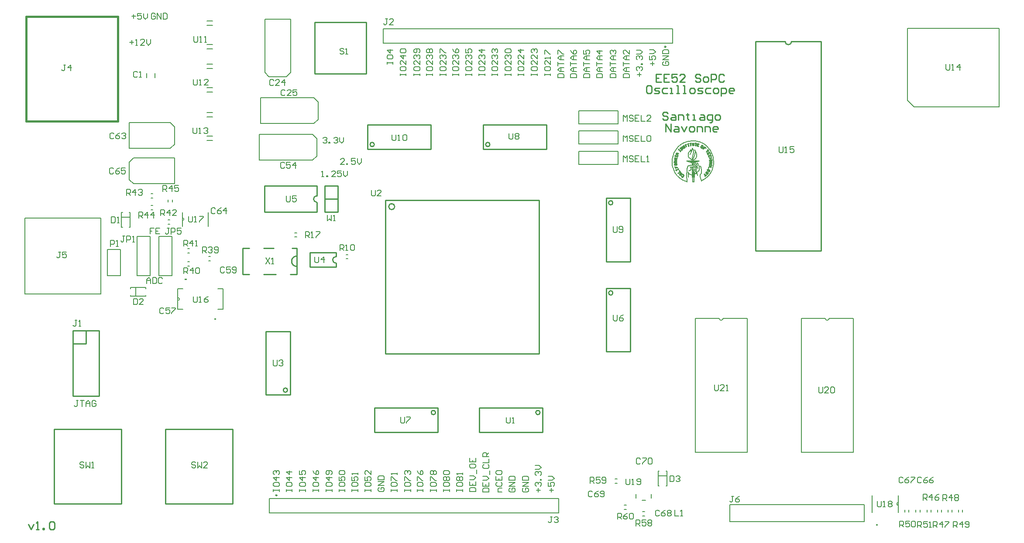
<source format=gto>
%FSLAX25Y25*%
%MOIN*%
G70*
G01*
G75*
G04 Layer_Color=65535*
%ADD10O,0.01181X0.07480*%
%ADD11O,0.07480X0.01181*%
%ADD12R,0.07087X0.05118*%
%ADD13R,0.03937X0.03543*%
%ADD14R,0.03543X0.03150*%
%ADD15R,0.03543X0.03937*%
%ADD16R,0.06299X0.03150*%
%ADD17R,0.03150X0.06299*%
%ADD18R,0.02200X0.07800*%
%ADD19R,0.01400X0.06600*%
%ADD20O,0.02400X0.08000*%
%ADD21R,0.02200X0.05000*%
%ADD22R,0.05118X0.08661*%
%ADD23R,0.01400X0.07100*%
%ADD24O,0.07874X0.01969*%
%ADD25O,0.10000X0.01181*%
%ADD26O,0.01181X0.10000*%
%ADD27R,0.05118X0.09449*%
%ADD28R,0.09449X0.05118*%
%ADD29R,0.06299X0.06299*%
%ADD30R,0.09800X0.03700*%
%ADD31R,0.25700X0.26400*%
%ADD32R,0.01181X0.04724*%
%ADD33O,0.01181X0.04724*%
%ADD34R,0.05906X0.09055*%
%ADD35R,0.09055X0.09055*%
%ADD36R,0.05118X0.05906*%
%ADD37R,0.03150X0.03543*%
%ADD38C,0.01000*%
%ADD39C,0.03000*%
%ADD40C,0.00800*%
%ADD41C,0.10000*%
%ADD42C,0.01500*%
%ADD43C,0.05000*%
%ADD44C,0.07000*%
%ADD45C,0.05000*%
%ADD46R,0.05000X0.05000*%
%ADD47C,0.08000*%
%ADD48C,0.06000*%
%ADD49R,0.06000X0.06000*%
%ADD50R,0.09843X0.09843*%
%ADD51C,0.07874*%
%ADD52R,0.05906X0.05906*%
%ADD53C,0.05906*%
%ADD54O,0.05945X0.05906*%
%ADD55C,0.07000*%
%ADD56R,0.08000X0.08000*%
%ADD57R,0.05000X0.05000*%
%ADD58R,0.05906X0.05906*%
%ADD59C,0.11000*%
%ADD60C,0.05500*%
%ADD61C,0.06500*%
%ADD62C,0.14000*%
%ADD63C,0.02500*%
%ADD64C,0.03000*%
%ADD65C,0.02000*%
%ADD66C,0.00600*%
%ADD67C,0.00984*%
%ADD68C,0.00787*%
G36*
X751352Y106100D02*
X749852D01*
Y107100D01*
X751352D01*
Y106100D01*
D02*
G37*
G36*
X246000Y263400D02*
X244500D01*
Y264400D01*
X246000D01*
Y263400D01*
D02*
G37*
G36*
X223500Y293600D02*
X222000D01*
Y294600D01*
X223500D01*
Y293600D01*
D02*
G37*
D38*
X680500Y476000D02*
G03*
X685500Y476000I2500J0D01*
G01*
X493355Y192345D02*
G03*
X493355Y192345I-1623J0D01*
G01*
X366792Y397155D02*
G03*
X366792Y397155I-1623J0D01*
G01*
X548978Y352631D02*
G03*
X548978Y352631I-1623J0D01*
G01*
X413555Y192345D02*
G03*
X413555Y192345I-1623J0D01*
G01*
X548978Y283732D02*
G03*
X548978Y283732I-1623J0D01*
G01*
X300568Y209469D02*
G03*
X300568Y209469I-1623J0D01*
G01*
X455092Y397155D02*
G03*
X455092Y397155I-1623J0D01*
G01*
X337500Y311500D02*
G03*
X337500Y306500I0J-2500D01*
G01*
X323000Y358000D02*
G03*
X323000Y353000I0J-2500D01*
G01*
X382409Y349682D02*
G03*
X382409Y349682I-2296J0D01*
G01*
X307630Y311882D02*
G03*
X307630Y304008I0J-3937D01*
G01*
X658000Y476000D02*
X680500D01*
X685500D02*
X708000D01*
Y316000D02*
Y476000D01*
X658000Y316000D02*
X708000D01*
X658000D02*
Y476000D01*
X446850Y177384D02*
X495275D01*
X446850Y195888D02*
X495275D01*
X446850Y177384D02*
Y195888D01*
X495275Y177384D02*
Y195888D01*
X361625Y412116D02*
X410050D01*
X361625Y393612D02*
X410050D01*
Y412116D01*
X361625Y393612D02*
Y412116D01*
X562316Y307750D02*
Y356175D01*
X543812Y307750D02*
Y356175D01*
Y307750D02*
X562316D01*
X543812Y356175D02*
X562316D01*
X367050Y177384D02*
X415475D01*
X367050Y195888D02*
X415475D01*
X367050Y177384D02*
Y195888D01*
X415475Y177384D02*
Y195888D01*
X562316Y238850D02*
Y287275D01*
X543812Y238850D02*
Y287275D01*
Y238850D02*
X562316D01*
X543812Y287275D02*
X562316D01*
X283984Y205925D02*
Y254350D01*
X302488Y205925D02*
Y254350D01*
X283984D02*
X302488D01*
X283984Y205925D02*
X302488D01*
X449925Y412116D02*
X498350D01*
X449925Y393612D02*
X498350D01*
Y412116D01*
X449925Y393612D02*
Y412116D01*
X136500Y255000D02*
X156500D01*
X136500Y245000D02*
X146500D01*
Y255000D01*
X156500Y205000D02*
Y255000D01*
X136500Y205000D02*
Y255000D01*
Y205000D02*
X156500D01*
X329000Y355500D02*
X339000D01*
X329000Y365500D02*
X339000D01*
Y345500D02*
Y365500D01*
X329000Y345500D02*
X339000D01*
X329000D02*
Y365500D01*
X207409Y122567D02*
X258591D01*
Y179654D01*
X207409Y122567D02*
Y179654D01*
X258591D01*
X321315Y490559D02*
X360685D01*
Y451189D02*
Y490559D01*
X321315Y451189D02*
Y490559D01*
Y451189D02*
X360685D01*
X317500Y303500D02*
Y314500D01*
X337500D01*
X317500Y303500D02*
X337500D01*
Y306500D01*
Y311500D02*
Y314500D01*
X323000Y358000D02*
Y365500D01*
Y345500D02*
Y353000D01*
X283000Y345500D02*
X323000D01*
X283000D02*
Y365500D01*
X323000D01*
X375193Y237366D02*
X492516D01*
X375193D02*
Y354591D01*
X492516Y237366D02*
Y354591D01*
X375193D02*
X492516D01*
X122409Y179654D02*
X173591D01*
X122409Y122567D02*
Y179654D01*
X173591Y122567D02*
Y179654D01*
X122409Y122567D02*
X173591D01*
X307630Y298102D02*
Y317787D01*
X266291Y298102D02*
Y317787D01*
X282433D02*
X289913D01*
X304087D02*
X307630D01*
X302512Y298102D02*
X307630D01*
X282433D02*
X291488D01*
X266291D02*
X271410D01*
X266291Y317787D02*
X271410D01*
X102600Y106999D02*
X104599Y103000D01*
X106599Y106999D01*
X108598Y103000D02*
X110597D01*
X109598D01*
Y108998D01*
X108598Y107998D01*
X113596Y103000D02*
Y104000D01*
X114596D01*
Y103000D01*
X113596D01*
X118595Y107998D02*
X119595Y108998D01*
X121594D01*
X122593Y107998D01*
Y104000D01*
X121594Y103000D01*
X119595D01*
X118595Y104000D01*
Y107998D01*
X597411Y377355D02*
X597130Y377885D01*
X597270Y377620D01*
X598859Y378465D01*
X599000Y378200D01*
X598718Y378730D01*
X598500Y389100D02*
X597461Y389700D01*
X597242Y390519D01*
X598061Y390739D01*
X599100Y390139D01*
X598321Y390589D01*
X597721Y389550D01*
X596320Y388245D02*
X596535Y388805D01*
X596428Y388525D01*
X598107Y387880D01*
X598000Y387600D01*
X598215Y388160D01*
X601305Y373243D02*
X601349Y372822D01*
X601815Y372444D01*
X602237Y372488D01*
X602992Y373421D01*
X602948Y373843D01*
X602482Y374220D01*
X602060Y374176D01*
X598782Y375323D02*
X600291Y376303D01*
X599638Y377309D01*
X596313Y380409D02*
X596624Y379250D01*
X597493Y379483D01*
X597338Y380062D01*
X597493Y379483D01*
X598362Y379716D01*
X595937Y382313D02*
X596000Y381716D01*
X596329Y381449D01*
X597522Y381575D01*
X597789Y381904D01*
X597727Y382501D01*
X597397Y382768D01*
X596204Y382642D01*
X595937Y382313D01*
X597582Y383558D02*
X595785Y383652D01*
X595832Y384550D01*
X596147Y384834D01*
X596746Y384803D01*
X597030Y384488D01*
X596983Y383589D01*
X597014Y384188D02*
X597645Y384756D01*
X597651Y385523D02*
X595891Y385897D01*
X597900Y386696D01*
X596140Y387070D01*
X601632Y374865D02*
X600740Y374062D01*
X599893Y374107D01*
X599937Y374954D01*
X600829Y375756D01*
X600160Y375154D01*
X600963Y374263D01*
X599063Y393204D02*
X599464Y393650D01*
X599263Y393427D01*
X600601Y392223D01*
X600400Y392000D01*
X600801Y392446D01*
X601500Y393100D02*
X600343Y394478D01*
X602419Y393871D01*
X601262Y395250D01*
X606004Y397730D02*
X606581Y397895D01*
X606292Y397812D01*
X606788Y396083D01*
X606500Y396000D01*
X607077Y396165D01*
X617617Y396149D02*
X617108Y396467D01*
X616695Y396372D01*
X616059Y395354D01*
X616154Y394941D01*
X616663Y394623D01*
X617076Y394719D01*
X617712Y395736D01*
X617617Y396149D01*
X623946Y379841D02*
X622216Y380337D01*
X621885Y379184D01*
X622748Y384482D02*
X624547Y384544D01*
X622790Y383283D01*
X624588Y383345D01*
X624255Y386936D02*
X622495Y386562D01*
X623375Y386750D01*
X623625Y385576D01*
X624505Y385763D01*
X622745Y385389D01*
X623742Y388023D02*
X623908Y388413D01*
X623683Y388969D01*
X623293Y389135D01*
X622181Y388685D01*
X622015Y388295D01*
X622239Y387739D01*
X622630Y387573D01*
X623146Y390357D02*
X622528Y391385D01*
X620986Y390458D01*
X621604Y389430D01*
X621757Y390922D02*
X622066Y390407D01*
X621149Y393323D02*
X621920Y392404D01*
X621534Y392864D01*
X620156Y391707D01*
X620272Y373728D02*
X620060Y373940D01*
X619212D01*
X619212Y373091D01*
X619424Y372879D01*
X619212Y373940D02*
X618576Y374576D01*
X620908Y374748D02*
X621327Y374814D01*
X621679Y375300D01*
X621613Y375719D01*
X620643Y376424D01*
X620224Y376357D01*
X619871Y375872D01*
X619938Y375453D01*
X620423Y375101D01*
X620775Y375586D01*
X624331Y381275D02*
X624404Y381870D01*
X624143Y382204D01*
X622952Y382351D01*
X622618Y382089D01*
X622544Y381494D01*
X622806Y381160D01*
X623996Y381014D01*
X624331Y381275D01*
X622668Y376790D02*
X622931Y377329D01*
X622793Y377730D01*
X621715Y378256D01*
X621314Y378118D01*
X621051Y377579D01*
X621189Y377178D01*
X622267Y376652D01*
X622668Y376790D01*
X603275Y396243D02*
X602861Y396338D01*
X602353Y396021D01*
X602257Y395607D01*
X602416Y395353D01*
X602830Y395257D01*
X603338Y395575D01*
X603752Y395480D01*
X603910Y395226D01*
X603815Y394812D01*
X603306Y394495D01*
X602893Y394590D01*
X603827Y396860D02*
X604923Y397348D01*
X604375Y397104D01*
X605107Y395460D01*
X619827Y394504D02*
X618908Y395275D01*
X618330Y394586D01*
X618790Y394201D01*
X618330Y394586D01*
X617752Y393897D01*
X614714Y397553D02*
X613561Y397883D01*
X613065Y396154D01*
X614218Y395823D01*
X613313Y397019D02*
X613889Y396853D01*
X611595Y398230D02*
X612783Y398063D01*
X612189Y398146D01*
X611938Y396364D01*
X609600Y398299D02*
Y396800D01*
X609900Y396500D01*
X610500D01*
X610800Y396800D01*
Y398299D01*
X607615Y398091D02*
X608803Y398258D01*
X608209Y398174D01*
X608459Y396392D01*
X589200Y406900D02*
Y412898D01*
X593199Y406900D01*
Y412898D01*
X596198Y410899D02*
X598197D01*
X599197Y409899D01*
Y406900D01*
X596198D01*
X595198Y407900D01*
X596198Y408899D01*
X599197D01*
X601196Y410899D02*
X603195Y406900D01*
X605195Y410899D01*
X608194Y406900D02*
X610193D01*
X611193Y407900D01*
Y409899D01*
X610193Y410899D01*
X608194D01*
X607194Y409899D01*
Y407900D01*
X608194Y406900D01*
X613192D02*
Y410899D01*
X616191D01*
X617191Y409899D01*
Y406900D01*
X619190D02*
Y410899D01*
X622189D01*
X623189Y409899D01*
Y406900D01*
X628187D02*
X626188D01*
X625188Y407900D01*
Y409899D01*
X626188Y410899D01*
X628187D01*
X629187Y409899D01*
Y408899D01*
X625188D01*
X590999Y420798D02*
X589999Y421798D01*
X588000D01*
X587000Y420798D01*
Y419799D01*
X588000Y418799D01*
X589999D01*
X590999Y417799D01*
Y416800D01*
X589999Y415800D01*
X588000D01*
X587000Y416800D01*
X593998Y419799D02*
X595997D01*
X596997Y418799D01*
Y415800D01*
X593998D01*
X592998Y416800D01*
X593998Y417799D01*
X596997D01*
X598996Y415800D02*
Y419799D01*
X601995D01*
X602995Y418799D01*
Y415800D01*
X605994Y420798D02*
Y419799D01*
X604994D01*
X606993D01*
X605994D01*
Y416800D01*
X606993Y415800D01*
X609993D02*
X611992D01*
X610992D01*
Y419799D01*
X609993D01*
X615991D02*
X617990D01*
X618990Y418799D01*
Y415800D01*
X615991D01*
X614991Y416800D01*
X615991Y417799D01*
X618990D01*
X622988Y413801D02*
X623988D01*
X624988Y414800D01*
Y419799D01*
X621989D01*
X620989Y418799D01*
Y416800D01*
X621989Y415800D01*
X624988D01*
X627987D02*
X629986D01*
X630986Y416800D01*
Y418799D01*
X629986Y419799D01*
X627987D01*
X626987Y418799D01*
Y416800D01*
X627987Y415800D01*
X577699Y442398D02*
X575700D01*
X574700Y441398D01*
Y437400D01*
X575700Y436400D01*
X577699D01*
X578699Y437400D01*
Y441398D01*
X577699Y442398D01*
X580698Y436400D02*
X583697D01*
X584697Y437400D01*
X583697Y438399D01*
X581698D01*
X580698Y439399D01*
X581698Y440399D01*
X584697D01*
X590695D02*
X587696D01*
X586696Y439399D01*
Y437400D01*
X587696Y436400D01*
X590695D01*
X592694D02*
X594694D01*
X593694D01*
Y440399D01*
X592694D01*
X597693Y436400D02*
X599692D01*
X598692D01*
Y442398D01*
X597693D01*
X602691Y436400D02*
X604690D01*
X603691D01*
Y442398D01*
X602691D01*
X608689Y436400D02*
X610688D01*
X611688Y437400D01*
Y439399D01*
X610688Y440399D01*
X608689D01*
X607689Y439399D01*
Y437400D01*
X608689Y436400D01*
X613687D02*
X616686D01*
X617686Y437400D01*
X616686Y438399D01*
X614687D01*
X613687Y439399D01*
X614687Y440399D01*
X617686D01*
X623684D02*
X620685D01*
X619685Y439399D01*
Y437400D01*
X620685Y436400D01*
X623684D01*
X626683D02*
X628683D01*
X629682Y437400D01*
Y439399D01*
X628683Y440399D01*
X626683D01*
X625683Y439399D01*
Y437400D01*
X626683Y436400D01*
X631682Y434401D02*
Y440399D01*
X634681D01*
X635680Y439399D01*
Y437400D01*
X634681Y436400D01*
X631682D01*
X640679D02*
X638679D01*
X637680Y437400D01*
Y439399D01*
X638679Y440399D01*
X640679D01*
X641678Y439399D01*
Y438399D01*
X637680D01*
X585899Y450798D02*
X581900D01*
Y444800D01*
X585899D01*
X581900Y447799D02*
X583899D01*
X591897Y450798D02*
X587898D01*
Y444800D01*
X591897D01*
X587898Y447799D02*
X589897D01*
X597895Y450798D02*
X593896D01*
Y447799D01*
X595895Y448799D01*
X596895D01*
X597895Y447799D01*
Y445800D01*
X596895Y444800D01*
X594896D01*
X593896Y445800D01*
X603893Y444800D02*
X599894D01*
X603893Y448799D01*
Y449798D01*
X602893Y450798D01*
X600894D01*
X599894Y449798D01*
X615889D02*
X614889Y450798D01*
X612890D01*
X611890Y449798D01*
Y448799D01*
X612890Y447799D01*
X614889D01*
X615889Y446799D01*
Y445800D01*
X614889Y444800D01*
X612890D01*
X611890Y445800D01*
X618888Y444800D02*
X620887D01*
X621887Y445800D01*
Y447799D01*
X620887Y448799D01*
X618888D01*
X617888Y447799D01*
Y445800D01*
X618888Y444800D01*
X623886D02*
Y450798D01*
X626886D01*
X627885Y449798D01*
Y447799D01*
X626886Y446799D01*
X623886D01*
X633883Y449798D02*
X632884Y450798D01*
X630884D01*
X629884Y449798D01*
Y445800D01*
X630884Y444800D01*
X632884D01*
X633883Y445800D01*
D40*
X616584Y369437D02*
G03*
X605439Y368756I-6484J14563D01*
G01*
X630228Y264362D02*
G03*
X633228Y264362I1500J0D01*
G01*
X711228D02*
G03*
X714228Y264362I1500J0D01*
G01*
X779000Y426000D02*
X844000D01*
X774000Y486000D02*
X844000D01*
X774000Y431000D02*
Y486000D01*
X844000Y426000D02*
Y486000D01*
X774000Y431000D02*
X779000Y426000D01*
X609800Y381500D02*
X610400D01*
X608800Y383500D02*
X611300D01*
X607900Y384100D02*
X612600D01*
X605400Y384700D02*
X614900D01*
X609900Y375400D02*
X611200D01*
X609700Y385500D02*
Y387100D01*
X610500Y391000D02*
Y392800D01*
X610400Y381500D02*
Y382800D01*
X609800Y381500D02*
Y383100D01*
X610400Y372600D02*
Y375400D01*
X610700Y372700D02*
Y375400D01*
X612400Y391500D02*
X612900Y389800D01*
X611600Y392900D02*
X612400Y391500D01*
X610200Y385100D02*
X612300Y386700D01*
X613000Y387800D01*
X612900Y389800D02*
X613000Y387800D01*
X611500Y393400D02*
X611900Y391400D01*
X611600Y389900D02*
X611900Y391400D01*
X611200Y388700D02*
X611600Y389900D01*
X610200Y386400D02*
X611200Y388700D01*
X610100Y385500D02*
X610200Y386400D01*
X609700Y387100D02*
X610500Y391000D01*
X609700Y394400D02*
X610500Y392800D01*
X609600Y393800D02*
X609700Y394700D01*
X609300Y392200D02*
X609600Y393800D01*
X608000Y389500D02*
X609300Y392200D01*
X608500Y393300D02*
X608700Y392100D01*
X606800Y390500D02*
X608500Y393300D01*
X606500Y389500D02*
X606800Y390500D01*
X606500Y389500D02*
X606600Y388100D01*
X607100Y387300D01*
X610000Y385100D01*
X605400Y384700D02*
X610100Y382900D01*
X610200D02*
X614900Y384700D01*
X633228Y264362D02*
X651488D01*
X612118D02*
X630228D01*
X612118Y162000D02*
Y264362D01*
X651488Y162000D02*
Y264362D01*
X612118Y162000D02*
X651488D01*
X100000Y283000D02*
Y341000D01*
X158000Y283000D02*
Y341000D01*
X100000Y283000D02*
X158000D01*
X100000Y341000D02*
X158000D01*
X714228Y264362D02*
X732488D01*
X693118D02*
X711228D01*
X693118Y162000D02*
Y264362D01*
X732488Y162000D02*
Y264362D01*
X693118Y162000D02*
X732488D01*
X803400Y458599D02*
Y454850D01*
X804150Y454100D01*
X805649D01*
X806399Y454850D01*
Y458599D01*
X807899Y454100D02*
X809398D01*
X808648D01*
Y458599D01*
X807899Y457849D01*
X813897Y454100D02*
Y458599D01*
X811647Y456349D01*
X814646D01*
X675900Y395498D02*
Y391750D01*
X676650Y391000D01*
X678149D01*
X678899Y391750D01*
Y395498D01*
X680399Y391000D02*
X681898D01*
X681148D01*
Y395498D01*
X680399Y394749D01*
X687146Y395498D02*
X684147D01*
Y393249D01*
X685647Y393999D01*
X686397D01*
X687146Y393249D01*
Y391750D01*
X686397Y391000D01*
X684897D01*
X684147Y391750D01*
X467800Y188699D02*
Y184950D01*
X468550Y184200D01*
X470049D01*
X470799Y184950D01*
Y188699D01*
X472298Y184200D02*
X473798D01*
X473048D01*
Y188699D01*
X472298Y187949D01*
X167899Y405349D02*
X167149Y406099D01*
X165650D01*
X164900Y405349D01*
Y402350D01*
X165650Y401600D01*
X167149D01*
X167899Y402350D01*
X172398Y406099D02*
X170898Y405349D01*
X169399Y403849D01*
Y402350D01*
X170148Y401600D01*
X171648D01*
X172398Y402350D01*
Y403099D01*
X171648Y403849D01*
X169399D01*
X173897Y405349D02*
X174647Y406099D01*
X176146D01*
X176896Y405349D01*
Y404599D01*
X176146Y403849D01*
X175397D01*
X176146D01*
X176896Y403099D01*
Y402350D01*
X176146Y401600D01*
X174647D01*
X173897Y402350D01*
X626500Y213598D02*
Y209850D01*
X627250Y209100D01*
X628749D01*
X629499Y209850D01*
Y213598D01*
X633998Y209100D02*
X630999D01*
X633998Y212099D01*
Y212849D01*
X633248Y213598D01*
X631748D01*
X630999Y212849D01*
X635497Y209100D02*
X636997D01*
X636247D01*
Y213598D01*
X635497Y212849D01*
X557000Y399500D02*
Y403999D01*
X558499Y402499D01*
X559999Y403999D01*
Y399500D01*
X564498Y403249D02*
X563748Y403999D01*
X562248D01*
X561498Y403249D01*
Y402499D01*
X562248Y401749D01*
X563748D01*
X564498Y400999D01*
Y400250D01*
X563748Y399500D01*
X562248D01*
X561498Y400250D01*
X568996Y403999D02*
X565997D01*
Y399500D01*
X568996D01*
X565997Y401749D02*
X567497D01*
X570496Y403999D02*
Y399500D01*
X573495D01*
X574994Y403249D02*
X575744Y403999D01*
X577244D01*
X577993Y403249D01*
Y400250D01*
X577244Y399500D01*
X575744D01*
X574994Y400250D01*
Y403249D01*
X557000Y384000D02*
Y388498D01*
X558499Y386999D01*
X559999Y388498D01*
Y384000D01*
X564498Y387749D02*
X563748Y388498D01*
X562248D01*
X561498Y387749D01*
Y386999D01*
X562248Y386249D01*
X563748D01*
X564498Y385500D01*
Y384750D01*
X563748Y384000D01*
X562248D01*
X561498Y384750D01*
X568996Y388498D02*
X565997D01*
Y384000D01*
X568996D01*
X565997Y386249D02*
X567497D01*
X570496Y388498D02*
Y384000D01*
X573495D01*
X574994D02*
X576494D01*
X575744D01*
Y388498D01*
X574994Y387749D01*
X557000Y415000D02*
Y419498D01*
X558499Y417999D01*
X559999Y419498D01*
Y415000D01*
X564498Y418749D02*
X563748Y419498D01*
X562248D01*
X561498Y418749D01*
Y417999D01*
X562248Y417249D01*
X563748D01*
X564498Y416500D01*
Y415750D01*
X563748Y415000D01*
X562248D01*
X561498Y415750D01*
X568996Y419498D02*
X565997D01*
Y415000D01*
X568996D01*
X565997Y417249D02*
X567497D01*
X570496Y419498D02*
Y415000D01*
X573495D01*
X577993D02*
X574994D01*
X577993Y417999D01*
Y418749D01*
X577244Y419498D01*
X575744D01*
X574994Y418749D01*
X559000Y141699D02*
Y137950D01*
X559750Y137200D01*
X561249D01*
X561999Y137950D01*
Y141699D01*
X563498Y137200D02*
X564998D01*
X564248D01*
Y141699D01*
X563498Y140949D01*
X567247Y137950D02*
X567997Y137200D01*
X569497D01*
X570246Y137950D01*
Y140949D01*
X569497Y141699D01*
X567997D01*
X567247Y140949D01*
Y140199D01*
X567997Y139449D01*
X570246D01*
X552600Y110800D02*
Y115299D01*
X554849D01*
X555599Y114549D01*
Y113049D01*
X554849Y112300D01*
X552600D01*
X554100D02*
X555599Y110800D01*
X560098Y115299D02*
X558598Y114549D01*
X557098Y113049D01*
Y111550D01*
X557848Y110800D01*
X559348D01*
X560098Y111550D01*
Y112300D01*
X559348Y113049D01*
X557098D01*
X561597Y114549D02*
X562347Y115299D01*
X563846D01*
X564596Y114549D01*
Y111550D01*
X563846Y110800D01*
X562347D01*
X561597Y111550D01*
Y114549D01*
X531700Y138300D02*
Y142799D01*
X533949D01*
X534699Y142049D01*
Y140549D01*
X533949Y139799D01*
X531700D01*
X533200D02*
X534699Y138300D01*
X539198Y142799D02*
X536199D01*
Y140549D01*
X537698Y141299D01*
X538448D01*
X539198Y140549D01*
Y139050D01*
X538448Y138300D01*
X536948D01*
X536199Y139050D01*
X540697D02*
X541447Y138300D01*
X542946D01*
X543696Y139050D01*
Y142049D01*
X542946Y142799D01*
X541447D01*
X540697Y142049D01*
Y141299D01*
X541447Y140549D01*
X543696D01*
X566800Y105700D02*
Y110199D01*
X569049D01*
X569799Y109449D01*
Y107949D01*
X569049Y107200D01*
X566800D01*
X568299D02*
X569799Y105700D01*
X574298Y110199D02*
X571299D01*
Y107949D01*
X572798Y108699D01*
X573548D01*
X574298Y107949D01*
Y106450D01*
X573548Y105700D01*
X572048D01*
X571299Y106450D01*
X575797Y109449D02*
X576547Y110199D01*
X578046D01*
X578796Y109449D01*
Y108699D01*
X578046Y107949D01*
X578796Y107200D01*
Y106450D01*
X578046Y105700D01*
X576547D01*
X575797Y106450D01*
Y107200D01*
X576547Y107949D01*
X575797Y108699D01*
Y109449D01*
X576547Y107949D02*
X578046D01*
X596300Y117799D02*
Y113300D01*
X599299D01*
X600799D02*
X602298D01*
X601548D01*
Y117799D01*
X600799Y117049D01*
X592700Y143999D02*
Y139500D01*
X594949D01*
X595699Y140250D01*
Y143249D01*
X594949Y143999D01*
X592700D01*
X597198Y143249D02*
X597948Y143999D01*
X599448D01*
X600198Y143249D01*
Y142499D01*
X599448Y141749D01*
X598698D01*
X599448D01*
X600198Y140999D01*
Y140250D01*
X599448Y139500D01*
X597948D01*
X597198Y140250D01*
X569999Y156749D02*
X569249Y157499D01*
X567750D01*
X567000Y156749D01*
Y153750D01*
X567750Y153000D01*
X569249D01*
X569999Y153750D01*
X571498Y157499D02*
X574498D01*
Y156749D01*
X571498Y153750D01*
Y153000D01*
X575997Y156749D02*
X576747Y157499D01*
X578246D01*
X578996Y156749D01*
Y153750D01*
X578246Y153000D01*
X576747D01*
X575997Y153750D01*
Y156749D01*
X533399Y131649D02*
X532649Y132399D01*
X531150D01*
X530400Y131649D01*
Y128650D01*
X531150Y127900D01*
X532649D01*
X533399Y128650D01*
X537898Y132399D02*
X536398Y131649D01*
X534899Y130149D01*
Y128650D01*
X535648Y127900D01*
X537148D01*
X537898Y128650D01*
Y129400D01*
X537148Y130149D01*
X534899D01*
X539397Y128650D02*
X540147Y127900D01*
X541646D01*
X542396Y128650D01*
Y131649D01*
X541646Y132399D01*
X540147D01*
X539397Y131649D01*
Y130899D01*
X540147Y130149D01*
X542396D01*
X584499Y116949D02*
X583749Y117699D01*
X582250D01*
X581500Y116949D01*
Y113950D01*
X582250Y113200D01*
X583749D01*
X584499Y113950D01*
X588998Y117699D02*
X587498Y116949D01*
X585998Y115449D01*
Y113950D01*
X586748Y113200D01*
X588248D01*
X588998Y113950D01*
Y114699D01*
X588248Y115449D01*
X585998D01*
X590497Y116949D02*
X591247Y117699D01*
X592746D01*
X593496Y116949D01*
Y116199D01*
X592746Y115449D01*
X593496Y114699D01*
Y113950D01*
X592746Y113200D01*
X591247D01*
X590497Y113950D01*
Y114699D01*
X591247Y115449D01*
X590497Y116199D01*
Y116949D01*
X591247Y115449D02*
X592746D01*
X176199Y327199D02*
X174699D01*
X175449D01*
Y323450D01*
X174699Y322700D01*
X173950D01*
X173200Y323450D01*
X177699Y322700D02*
Y327199D01*
X179948D01*
X180698Y326449D01*
Y324949D01*
X179948Y324200D01*
X177699D01*
X182197Y322700D02*
X183697D01*
X182947D01*
Y327199D01*
X182197Y326449D01*
X165300Y319400D02*
Y323899D01*
X167549D01*
X168299Y323149D01*
Y321649D01*
X167549Y320900D01*
X165300D01*
X169799Y319400D02*
X171298D01*
X170548D01*
Y323899D01*
X169799Y323149D01*
X140699Y201499D02*
X139199D01*
X139949D01*
Y197750D01*
X139199Y197000D01*
X138450D01*
X137700Y197750D01*
X142199Y201499D02*
X145198D01*
X143698D01*
Y197000D01*
X146697D02*
Y199999D01*
X148197Y201499D01*
X149696Y199999D01*
Y197000D01*
Y199249D01*
X146697D01*
X154195Y200749D02*
X153445Y201499D01*
X151945D01*
X151196Y200749D01*
Y197750D01*
X151945Y197000D01*
X153445D01*
X154195Y197750D01*
Y199249D01*
X152695D01*
X139799Y262799D02*
X138300D01*
X139049D01*
Y259050D01*
X138300Y258300D01*
X137550D01*
X136800Y259050D01*
X141299Y258300D02*
X142798D01*
X142048D01*
Y262799D01*
X141299Y262049D01*
X502699Y112699D02*
X501199D01*
X501949D01*
Y108950D01*
X501199Y108200D01*
X500450D01*
X499700Y108950D01*
X504199Y111949D02*
X504948Y112699D01*
X506448D01*
X507198Y111949D01*
Y111199D01*
X506448Y110449D01*
X505698D01*
X506448D01*
X507198Y109699D01*
Y108950D01*
X506448Y108200D01*
X504948D01*
X504199Y108950D01*
X376899Y493198D02*
X375399D01*
X376149D01*
Y489450D01*
X375399Y488700D01*
X374650D01*
X373900Y489450D01*
X381398Y488700D02*
X378398D01*
X381398Y491699D01*
Y492449D01*
X380648Y493198D01*
X379148D01*
X378398Y492449D01*
X340500Y316200D02*
Y320698D01*
X342749D01*
X343499Y319949D01*
Y318449D01*
X342749Y317700D01*
X340500D01*
X342000D02*
X343499Y316200D01*
X344999D02*
X346498D01*
X345748D01*
Y320698D01*
X344999Y319949D01*
X348747D02*
X349497Y320698D01*
X350997D01*
X351746Y319949D01*
Y316950D01*
X350997Y316200D01*
X349497D01*
X348747Y316950D01*
Y319949D01*
X314200Y326000D02*
Y330499D01*
X316449D01*
X317199Y329749D01*
Y328249D01*
X316449Y327500D01*
X314200D01*
X315700D02*
X317199Y326000D01*
X318699D02*
X320198D01*
X319448D01*
Y330499D01*
X318699Y329749D01*
X322447Y330499D02*
X325446D01*
Y329749D01*
X322447Y326750D01*
Y326000D01*
X343499Y469949D02*
X342749Y470698D01*
X341250D01*
X340500Y469949D01*
Y469199D01*
X341250Y468449D01*
X342749D01*
X343499Y467699D01*
Y466950D01*
X342749Y466200D01*
X341250D01*
X340500Y466950D01*
X344999Y466200D02*
X346498D01*
X345748D01*
Y470698D01*
X344999Y469949D01*
X364600Y362298D02*
Y358550D01*
X365350Y357800D01*
X366849D01*
X367599Y358550D01*
Y362298D01*
X372098Y357800D02*
X369098D01*
X372098Y360799D01*
Y361549D01*
X371348Y362298D01*
X369848D01*
X369098Y361549D01*
X289600Y232499D02*
Y228750D01*
X290350Y228000D01*
X291849D01*
X292599Y228750D01*
Y232499D01*
X294098Y231749D02*
X294848Y232499D01*
X296348D01*
X297098Y231749D01*
Y230999D01*
X296348Y230249D01*
X295598D01*
X296348D01*
X297098Y229500D01*
Y228750D01*
X296348Y228000D01*
X294848D01*
X294098Y228750D01*
X321400Y311399D02*
Y307650D01*
X322150Y306900D01*
X323649D01*
X324399Y307650D01*
Y311399D01*
X328148Y306900D02*
Y311399D01*
X325899Y309149D01*
X328898D01*
X299700Y357898D02*
Y354150D01*
X300450Y353400D01*
X301949D01*
X302699Y354150D01*
Y357898D01*
X307198D02*
X304199D01*
Y355649D01*
X305698Y356399D01*
X306448D01*
X307198Y355649D01*
Y354150D01*
X306448Y353400D01*
X304948D01*
X304199Y354150D01*
X549400Y266898D02*
Y263150D01*
X550150Y262400D01*
X551649D01*
X552399Y263150D01*
Y266898D01*
X556898D02*
X555398Y266149D01*
X553898Y264649D01*
Y263150D01*
X554648Y262400D01*
X556148D01*
X556898Y263150D01*
Y263899D01*
X556148Y264649D01*
X553898D01*
X386900Y188799D02*
Y185050D01*
X387650Y184300D01*
X389149D01*
X389899Y185050D01*
Y188799D01*
X391399D02*
X394398D01*
Y188049D01*
X391399Y185050D01*
Y184300D01*
X469800Y405698D02*
Y401950D01*
X470550Y401200D01*
X472049D01*
X472799Y401950D01*
Y405698D01*
X474298Y404949D02*
X475048Y405698D01*
X476548D01*
X477298Y404949D01*
Y404199D01*
X476548Y403449D01*
X477298Y402700D01*
Y401950D01*
X476548Y401200D01*
X475048D01*
X474298Y401950D01*
Y402700D01*
X475048Y403449D01*
X474298Y404199D01*
Y404949D01*
X475048Y403449D02*
X476548D01*
X549200Y334499D02*
Y330750D01*
X549950Y330000D01*
X551449D01*
X552199Y330750D01*
Y334499D01*
X553698Y330750D02*
X554448Y330000D01*
X555948D01*
X556698Y330750D01*
Y333749D01*
X555948Y334499D01*
X554448D01*
X553698Y333749D01*
Y332999D01*
X554448Y332249D01*
X556698D01*
X380400Y404699D02*
Y400950D01*
X381150Y400200D01*
X382649D01*
X383399Y400950D01*
Y404699D01*
X384898Y400200D02*
X386398D01*
X385648D01*
Y404699D01*
X384898Y403949D01*
X388647D02*
X389397Y404699D01*
X390897D01*
X391646Y403949D01*
Y400950D01*
X390897Y400200D01*
X389397D01*
X388647Y400950D01*
Y403949D01*
X331100Y343398D02*
Y338900D01*
X332599Y340400D01*
X334099Y338900D01*
Y343398D01*
X335598Y338900D02*
X337098D01*
X336348D01*
Y343398D01*
X335598Y342649D01*
X283900Y310498D02*
X286899Y306000D01*
Y310498D02*
X283900Y306000D01*
X288399D02*
X289898D01*
X289148D01*
Y310498D01*
X288399Y309749D01*
X206099Y271649D02*
X205349Y272398D01*
X203850D01*
X203100Y271649D01*
Y268650D01*
X203850Y267900D01*
X205349D01*
X206099Y268650D01*
X210598Y272398D02*
X207598D01*
Y270149D01*
X209098Y270899D01*
X209848D01*
X210598Y270149D01*
Y268650D01*
X209848Y267900D01*
X208348D01*
X207598Y268650D01*
X212097Y272398D02*
X215096D01*
Y271649D01*
X212097Y268650D01*
Y267900D01*
X252399Y302849D02*
X251649Y303598D01*
X250150D01*
X249400Y302849D01*
Y299850D01*
X250150Y299100D01*
X251649D01*
X252399Y299850D01*
X256898Y303598D02*
X253899D01*
Y301349D01*
X255398Y302099D01*
X256148D01*
X256898Y301349D01*
Y299850D01*
X256148Y299100D01*
X254648D01*
X253899Y299850D01*
X258397D02*
X259147Y299100D01*
X260646D01*
X261396Y299850D01*
Y302849D01*
X260646Y303598D01*
X259147D01*
X258397Y302849D01*
Y302099D01*
X259147Y301349D01*
X261396D01*
X784799Y142249D02*
X784049Y142999D01*
X782550D01*
X781800Y142249D01*
Y139250D01*
X782550Y138500D01*
X784049D01*
X784799Y139250D01*
X789298Y142999D02*
X787798Y142249D01*
X786299Y140749D01*
Y139250D01*
X787048Y138500D01*
X788548D01*
X789298Y139250D01*
Y139999D01*
X788548Y140749D01*
X786299D01*
X793796Y142999D02*
X792297Y142249D01*
X790797Y140749D01*
Y139250D01*
X791547Y138500D01*
X793046D01*
X793796Y139250D01*
Y139999D01*
X793046Y140749D01*
X790797D01*
X770499Y142349D02*
X769749Y143099D01*
X768250D01*
X767500Y142349D01*
Y139350D01*
X768250Y138600D01*
X769749D01*
X770499Y139350D01*
X774998Y143099D02*
X773498Y142349D01*
X771999Y140849D01*
Y139350D01*
X772748Y138600D01*
X774248D01*
X774998Y139350D01*
Y140100D01*
X774248Y140849D01*
X771999D01*
X776497Y143099D02*
X779496D01*
Y142349D01*
X776497Y139350D01*
Y138600D01*
X166000Y341898D02*
Y337400D01*
X168249D01*
X168999Y338150D01*
Y341149D01*
X168249Y341898D01*
X166000D01*
X170499Y337400D02*
X171998D01*
X171248D01*
Y341898D01*
X170499Y341149D01*
X182900Y279398D02*
Y274900D01*
X185149D01*
X185899Y275650D01*
Y278649D01*
X185149Y279398D01*
X182900D01*
X190398Y274900D02*
X187399D01*
X190398Y277899D01*
Y278649D01*
X189648Y279398D01*
X188148D01*
X187399Y278649D01*
X127299Y314999D02*
X125800D01*
X126549D01*
Y311250D01*
X125800Y310500D01*
X125050D01*
X124300Y311250D01*
X131798Y314999D02*
X128799D01*
Y312749D01*
X130298Y313499D01*
X131048D01*
X131798Y312749D01*
Y311250D01*
X131048Y310500D01*
X129548D01*
X128799Y311250D01*
X235600Y314400D02*
Y318899D01*
X237849D01*
X238599Y318149D01*
Y316649D01*
X237849Y315899D01*
X235600D01*
X237100D02*
X238599Y314400D01*
X240099Y318149D02*
X240848Y318899D01*
X242348D01*
X243098Y318149D01*
Y317399D01*
X242348Y316649D01*
X241598D01*
X242348D01*
X243098Y315899D01*
Y315150D01*
X242348Y314400D01*
X240848D01*
X240099Y315150D01*
X244597D02*
X245347Y314400D01*
X246846D01*
X247596Y315150D01*
Y318149D01*
X246846Y318899D01*
X245347D01*
X244597Y318149D01*
Y317399D01*
X245347Y316649D01*
X247596D01*
X221400Y298600D02*
Y303099D01*
X223649D01*
X224399Y302349D01*
Y300849D01*
X223649Y300099D01*
X221400D01*
X222900D02*
X224399Y298600D01*
X228148D02*
Y303099D01*
X225899Y300849D01*
X228898D01*
X230397Y302349D02*
X231147Y303099D01*
X232646D01*
X233396Y302349D01*
Y299350D01*
X232646Y298600D01*
X231147D01*
X230397Y299350D01*
Y302349D01*
X221300Y319500D02*
Y323998D01*
X223549D01*
X224299Y323249D01*
Y321749D01*
X223549Y321000D01*
X221300D01*
X222799D02*
X224299Y319500D01*
X228048D02*
Y323998D01*
X225799Y321749D01*
X228798D01*
X230297Y319500D02*
X231797D01*
X231047D01*
Y323998D01*
X230297Y323249D01*
X203800Y342800D02*
Y347299D01*
X206049D01*
X206799Y346549D01*
Y345049D01*
X206049Y344300D01*
X203800D01*
X205299D02*
X206799Y342800D01*
X210548D02*
Y347299D01*
X208298Y345049D01*
X211298D01*
X215796Y342800D02*
X212797D01*
X215796Y345799D01*
Y346549D01*
X215046Y347299D01*
X213547D01*
X212797Y346549D01*
X177600Y358400D02*
Y362898D01*
X179849D01*
X180599Y362149D01*
Y360649D01*
X179849Y359899D01*
X177600D01*
X179100D02*
X180599Y358400D01*
X184348D02*
Y362898D01*
X182099Y360649D01*
X185098D01*
X186597Y362149D02*
X187347Y362898D01*
X188846D01*
X189596Y362149D01*
Y361399D01*
X188846Y360649D01*
X188097D01*
X188846D01*
X189596Y359899D01*
Y359150D01*
X188846Y358400D01*
X187347D01*
X186597Y359150D01*
X186900Y341100D02*
Y345599D01*
X189149D01*
X189899Y344849D01*
Y343349D01*
X189149Y342600D01*
X186900D01*
X188400D02*
X189899Y341100D01*
X193648D02*
Y345599D01*
X191399Y343349D01*
X194398D01*
X198146Y341100D02*
Y345599D01*
X195897Y343349D01*
X198896D01*
X205400Y361300D02*
Y365798D01*
X207649D01*
X208399Y365049D01*
Y363549D01*
X207649Y362800D01*
X205400D01*
X206899D02*
X208399Y361300D01*
X212148D02*
Y365798D01*
X209898Y363549D01*
X212898D01*
X217396Y365798D02*
X214397D01*
Y363549D01*
X215897Y364299D01*
X216646D01*
X217396Y363549D01*
Y362050D01*
X216646Y361300D01*
X215147D01*
X214397Y362050D01*
X785900Y125400D02*
Y129899D01*
X788149D01*
X788899Y129149D01*
Y127649D01*
X788149Y126900D01*
X785900D01*
X787399D02*
X788899Y125400D01*
X792648D02*
Y129899D01*
X790399Y127649D01*
X793398D01*
X797896Y129899D02*
X796397Y129149D01*
X794897Y127649D01*
Y126150D01*
X795647Y125400D01*
X797146D01*
X797896Y126150D01*
Y126900D01*
X797146Y127649D01*
X794897D01*
X793800Y104600D02*
Y109099D01*
X796049D01*
X796799Y108349D01*
Y106849D01*
X796049Y106099D01*
X793800D01*
X795299D02*
X796799Y104600D01*
X800548D02*
Y109099D01*
X798299Y106849D01*
X801298D01*
X802797Y109099D02*
X805796D01*
Y108349D01*
X802797Y105350D01*
Y104600D01*
X801000Y125100D02*
Y129599D01*
X803249D01*
X803999Y128849D01*
Y127349D01*
X803249Y126600D01*
X801000D01*
X802499D02*
X803999Y125100D01*
X807748D02*
Y129599D01*
X805499Y127349D01*
X808498D01*
X809997Y128849D02*
X810747Y129599D01*
X812246D01*
X812996Y128849D01*
Y128099D01*
X812246Y127349D01*
X812996Y126600D01*
Y125850D01*
X812246Y125100D01*
X810747D01*
X809997Y125850D01*
Y126600D01*
X810747Y127349D01*
X809997Y128099D01*
Y128849D01*
X810747Y127349D02*
X812246D01*
X809100Y104600D02*
Y109099D01*
X811349D01*
X812099Y108349D01*
Y106849D01*
X811349Y106099D01*
X809100D01*
X810600D02*
X812099Y104600D01*
X815848D02*
Y109099D01*
X813599Y106849D01*
X816598D01*
X818097Y105350D02*
X818847Y104600D01*
X820346D01*
X821096Y105350D01*
Y108349D01*
X820346Y109099D01*
X818847D01*
X818097Y108349D01*
Y107599D01*
X818847Y106849D01*
X821096D01*
X768000Y104800D02*
Y109299D01*
X770249D01*
X770999Y108549D01*
Y107049D01*
X770249Y106299D01*
X768000D01*
X769499D02*
X770999Y104800D01*
X775498Y109299D02*
X772499D01*
Y107049D01*
X773998Y107799D01*
X774748D01*
X775498Y107049D01*
Y105550D01*
X774748Y104800D01*
X773248D01*
X772499Y105550D01*
X776997Y108549D02*
X777747Y109299D01*
X779246D01*
X779996Y108549D01*
Y105550D01*
X779246Y104800D01*
X777747D01*
X776997Y105550D01*
Y108549D01*
X781700Y104600D02*
Y109099D01*
X783949D01*
X784699Y108349D01*
Y106849D01*
X783949Y106099D01*
X781700D01*
X783200D02*
X784699Y104600D01*
X789198Y109099D02*
X786199D01*
Y106849D01*
X787698Y107599D01*
X788448D01*
X789198Y106849D01*
Y105350D01*
X788448Y104600D01*
X786948D01*
X786199Y105350D01*
X790697Y104600D02*
X792197D01*
X791447D01*
Y109099D01*
X790697Y108349D01*
X230399Y153849D02*
X229649Y154599D01*
X228150D01*
X227400Y153849D01*
Y153099D01*
X228150Y152349D01*
X229649D01*
X230399Y151600D01*
Y150850D01*
X229649Y150100D01*
X228150D01*
X227400Y150850D01*
X231898Y154599D02*
Y150100D01*
X233398Y151600D01*
X234898Y150100D01*
Y154599D01*
X239396Y150100D02*
X236397D01*
X239396Y153099D01*
Y153849D01*
X238646Y154599D01*
X237147D01*
X236397Y153849D01*
X228600Y281099D02*
Y277350D01*
X229350Y276600D01*
X230849D01*
X231599Y277350D01*
Y281099D01*
X233099Y276600D02*
X234598D01*
X233848D01*
Y281099D01*
X233099Y280349D01*
X239846Y281099D02*
X238347Y280349D01*
X236847Y278849D01*
Y277350D01*
X237597Y276600D01*
X239097D01*
X239846Y277350D01*
Y278099D01*
X239097Y278849D01*
X236847D01*
X224900Y342299D02*
Y338550D01*
X225650Y337800D01*
X227149D01*
X227899Y338550D01*
Y342299D01*
X229398Y337800D02*
X230898D01*
X230148D01*
Y342299D01*
X229398Y341549D01*
X233147Y342299D02*
X236146D01*
Y341549D01*
X233147Y338550D01*
Y337800D01*
X750900Y124699D02*
Y120950D01*
X751650Y120200D01*
X753149D01*
X753899Y120950D01*
Y124699D01*
X755399Y120200D02*
X756898D01*
X756148D01*
Y124699D01*
X755399Y123949D01*
X759147D02*
X759897Y124699D01*
X761397D01*
X762146Y123949D01*
Y123199D01*
X761397Y122449D01*
X762146Y121700D01*
Y120950D01*
X761397Y120200D01*
X759897D01*
X759147Y120950D01*
Y121700D01*
X759897Y122449D01*
X759147Y123199D01*
Y123949D01*
X759897Y122449D02*
X761397D01*
X185899Y452349D02*
X185149Y453098D01*
X183650D01*
X182900Y452349D01*
Y449350D01*
X183650Y448600D01*
X185149D01*
X185899Y449350D01*
X187399Y448600D02*
X188898D01*
X188148D01*
Y453098D01*
X187399Y452349D01*
X289899Y446049D02*
X289149Y446799D01*
X287650D01*
X286900Y446049D01*
Y443050D01*
X287650Y442300D01*
X289149D01*
X289899Y443050D01*
X294398Y442300D02*
X291399D01*
X294398Y445299D01*
Y446049D01*
X293648Y446799D01*
X292148D01*
X291399Y446049D01*
X298146Y442300D02*
Y446799D01*
X295897Y444549D01*
X298896D01*
X298799Y438249D02*
X298049Y438999D01*
X296550D01*
X295800Y438249D01*
Y435250D01*
X296550Y434500D01*
X298049D01*
X298799Y435250D01*
X303298Y434500D02*
X300299D01*
X303298Y437499D01*
Y438249D01*
X302548Y438999D01*
X301048D01*
X300299Y438249D01*
X307796Y438999D02*
X304797D01*
Y436749D01*
X306297Y437499D01*
X307046D01*
X307796Y436749D01*
Y435250D01*
X307046Y434500D01*
X305547D01*
X304797Y435250D01*
X298299Y382849D02*
X297549Y383598D01*
X296050D01*
X295300Y382849D01*
Y379850D01*
X296050Y379100D01*
X297549D01*
X298299Y379850D01*
X302798Y383598D02*
X299798D01*
Y381349D01*
X301298Y382099D01*
X302048D01*
X302798Y381349D01*
Y379850D01*
X302048Y379100D01*
X300548D01*
X299798Y379850D01*
X306546Y379100D02*
Y383598D01*
X304297Y381349D01*
X307296D01*
X131099Y458099D02*
X129599D01*
X130349D01*
Y454350D01*
X129599Y453600D01*
X128850D01*
X128100Y454350D01*
X134848Y453600D02*
Y458099D01*
X132599Y455849D01*
X135598D01*
X229000Y479899D02*
Y476150D01*
X229750Y475400D01*
X231249D01*
X231999Y476150D01*
Y479899D01*
X233499Y475400D02*
X234998D01*
X234248D01*
Y479899D01*
X233499Y479149D01*
X237247Y475400D02*
X238747D01*
X237997D01*
Y479899D01*
X237247Y479149D01*
X228700Y447098D02*
Y443350D01*
X229450Y442600D01*
X230949D01*
X231699Y443350D01*
Y447098D01*
X233198Y442600D02*
X234698D01*
X233948D01*
Y447098D01*
X233198Y446349D01*
X239946Y442600D02*
X236947D01*
X239946Y445599D01*
Y446349D01*
X239197Y447098D01*
X237697D01*
X236947Y446349D01*
X228400Y409999D02*
Y406250D01*
X229150Y405500D01*
X230649D01*
X231399Y406250D01*
Y409999D01*
X232898Y405500D02*
X234398D01*
X233648D01*
Y409999D01*
X232898Y409249D01*
X236647D02*
X237397Y409999D01*
X238897D01*
X239646Y409249D01*
Y408499D01*
X238897Y407749D01*
X238147D01*
X238897D01*
X239646Y406999D01*
Y406250D01*
X238897Y405500D01*
X237397D01*
X236647Y406250D01*
X245399Y348049D02*
X244649Y348798D01*
X243150D01*
X242400Y348049D01*
Y345050D01*
X243150Y344300D01*
X244649D01*
X245399Y345050D01*
X249898Y348798D02*
X248398Y348049D01*
X246899Y346549D01*
Y345050D01*
X247648Y344300D01*
X249148D01*
X249898Y345050D01*
Y345799D01*
X249148Y346549D01*
X246899D01*
X253646Y344300D02*
Y348798D01*
X251397Y346549D01*
X254396D01*
X167699Y378449D02*
X166949Y379199D01*
X165450D01*
X164700Y378449D01*
Y375450D01*
X165450Y374700D01*
X166949D01*
X167699Y375450D01*
X172198Y379199D02*
X170698Y378449D01*
X169199Y376949D01*
Y375450D01*
X169948Y374700D01*
X171448D01*
X172198Y375450D01*
Y376200D01*
X171448Y376949D01*
X169199D01*
X176696Y379199D02*
X173697D01*
Y376949D01*
X175197Y377699D01*
X175946D01*
X176696Y376949D01*
Y375450D01*
X175946Y374700D01*
X174447D01*
X173697Y375450D01*
X145099Y153849D02*
X144349Y154599D01*
X142850D01*
X142100Y153849D01*
Y153099D01*
X142850Y152349D01*
X144349D01*
X145099Y151600D01*
Y150850D01*
X144349Y150100D01*
X142850D01*
X142100Y150850D01*
X146599Y154599D02*
Y150100D01*
X148098Y151600D01*
X149598Y150100D01*
Y154599D01*
X151097Y150100D02*
X152597D01*
X151847D01*
Y154599D01*
X151097Y153849D01*
X641199Y128399D02*
X639700D01*
X640449D01*
Y124650D01*
X639700Y123900D01*
X638950D01*
X638200Y124650D01*
X645698Y128399D02*
X644198Y127649D01*
X642698Y126149D01*
Y124650D01*
X643448Y123900D01*
X644948D01*
X645698Y124650D01*
Y125399D01*
X644948Y126149D01*
X642698D01*
X706200Y211799D02*
Y208050D01*
X706950Y207300D01*
X708449D01*
X709199Y208050D01*
Y211799D01*
X713698Y207300D02*
X710699D01*
X713698Y210299D01*
Y211049D01*
X712948Y211799D01*
X711448D01*
X710699Y211049D01*
X715197D02*
X715947Y211799D01*
X717446D01*
X718196Y211049D01*
Y208050D01*
X717446Y207300D01*
X715947D01*
X715197Y208050D01*
Y211049D01*
X210299Y333198D02*
X208800D01*
X209549D01*
Y329450D01*
X208800Y328700D01*
X208050D01*
X207300Y329450D01*
X211799Y328700D02*
Y333198D01*
X214048D01*
X214798Y332449D01*
Y330949D01*
X214048Y330200D01*
X211799D01*
X219296Y333198D02*
X216297D01*
Y330949D01*
X217797Y331699D01*
X218546D01*
X219296Y330949D01*
Y329450D01*
X218546Y328700D01*
X217047D01*
X216297Y329450D01*
X326700Y372600D02*
X328200D01*
X327450D01*
Y377098D01*
X326700Y376349D01*
X330449Y372600D02*
Y373350D01*
X331199D01*
Y372600D01*
X330449D01*
X337197D02*
X334198D01*
X337197Y375599D01*
Y376349D01*
X336447Y377098D01*
X334947D01*
X334198Y376349D01*
X341695Y377098D02*
X338696D01*
Y374849D01*
X340196Y375599D01*
X340945D01*
X341695Y374849D01*
Y373350D01*
X340945Y372600D01*
X339446D01*
X338696Y373350D01*
X343195Y377098D02*
Y374099D01*
X344694Y372600D01*
X346194Y374099D01*
Y377098D01*
X344099Y382000D02*
X341100D01*
X344099Y384999D01*
Y385749D01*
X343349Y386498D01*
X341850D01*
X341100Y385749D01*
X345599Y382000D02*
Y382750D01*
X346348D01*
Y382000D01*
X345599D01*
X352346Y386498D02*
X349347D01*
Y384249D01*
X350847Y384999D01*
X351597D01*
X352346Y384249D01*
Y382750D01*
X351597Y382000D01*
X350097D01*
X349347Y382750D01*
X353846Y386498D02*
Y383500D01*
X355345Y382000D01*
X356845Y383500D01*
Y386498D01*
X327600Y401949D02*
X328350Y402699D01*
X329849D01*
X330599Y401949D01*
Y401199D01*
X329849Y400449D01*
X329099D01*
X329849D01*
X330599Y399699D01*
Y398950D01*
X329849Y398200D01*
X328350D01*
X327600Y398950D01*
X332099Y398200D02*
Y398950D01*
X332848D01*
Y398200D01*
X332099D01*
X335847Y401949D02*
X336597Y402699D01*
X338097D01*
X338846Y401949D01*
Y401199D01*
X338097Y400449D01*
X337347D01*
X338097D01*
X338846Y399699D01*
Y398950D01*
X338097Y398200D01*
X336597D01*
X335847Y398950D01*
X340346Y402699D02*
Y399699D01*
X341845Y398200D01*
X343345Y399699D01*
Y402699D01*
X180100Y475349D02*
X183099D01*
X181599Y476849D02*
Y473850D01*
X184599Y473100D02*
X186098D01*
X185348D01*
Y477598D01*
X184599Y476849D01*
X191346Y473100D02*
X188347D01*
X191346Y476099D01*
Y476849D01*
X190597Y477598D01*
X189097D01*
X188347Y476849D01*
X192846Y477598D02*
Y474600D01*
X194345Y473100D01*
X195845Y474600D01*
Y477598D01*
X199499Y496749D02*
X198749Y497499D01*
X197250D01*
X196500Y496749D01*
Y493750D01*
X197250Y493000D01*
X198749D01*
X199499Y493750D01*
Y495249D01*
X198000D01*
X200999Y493000D02*
Y497499D01*
X203998Y493000D01*
Y497499D01*
X205497D02*
Y493000D01*
X207746D01*
X208496Y493750D01*
Y496749D01*
X207746Y497499D01*
X205497D01*
X181500Y495149D02*
X184499D01*
X183000Y496649D02*
Y493650D01*
X188998Y497399D02*
X185999D01*
Y495149D01*
X187498Y495899D01*
X188248D01*
X188998Y495149D01*
Y493650D01*
X188248Y492900D01*
X186748D01*
X185999Y493650D01*
X190497Y497399D02*
Y494399D01*
X191997Y492900D01*
X193496Y494399D01*
Y497399D01*
X193000Y291000D02*
Y293999D01*
X194500Y295498D01*
X195999Y293999D01*
Y291000D01*
Y293249D01*
X193000D01*
X197499Y295498D02*
Y291000D01*
X199748D01*
X200498Y291750D01*
Y294749D01*
X199748Y295498D01*
X197499D01*
X204996Y294749D02*
X204246Y295498D01*
X202747D01*
X201997Y294749D01*
Y291750D01*
X202747Y291000D01*
X204246D01*
X204996Y291750D01*
X198499Y333298D02*
X195500D01*
Y331049D01*
X197000D01*
X195500D01*
Y328800D01*
X202998Y333298D02*
X199999D01*
Y328800D01*
X202998D01*
X199999Y331049D02*
X201498D01*
X502051Y131600D02*
Y134599D01*
X500551Y133099D02*
X503550D01*
X499801Y139098D02*
Y136099D01*
X502051D01*
X501301Y137598D01*
Y138348D01*
X502051Y139098D01*
X503550D01*
X504300Y138348D01*
Y136848D01*
X503550Y136099D01*
X499801Y140597D02*
X502801D01*
X504300Y142097D01*
X502801Y143596D01*
X499801D01*
X492051Y131600D02*
Y134599D01*
X490551Y133099D02*
X493550D01*
X490551Y136099D02*
X489802Y136848D01*
Y138348D01*
X490551Y139098D01*
X491301D01*
X492051Y138348D01*
Y137598D01*
Y138348D01*
X492801Y139098D01*
X493550D01*
X494300Y138348D01*
Y136848D01*
X493550Y136099D01*
X494300Y140597D02*
X493550D01*
Y141347D01*
X494300D01*
Y140597D01*
X490551Y144346D02*
X489802Y145096D01*
Y146595D01*
X490551Y147345D01*
X491301D01*
X492051Y146595D01*
Y145845D01*
Y146595D01*
X492801Y147345D01*
X493550D01*
X494300Y146595D01*
Y145096D01*
X493550Y144346D01*
X489802Y148844D02*
X492801D01*
X494300Y150344D01*
X492801Y151844D01*
X489802D01*
X480751Y134599D02*
X480001Y133849D01*
Y132350D01*
X480751Y131600D01*
X483750D01*
X484500Y132350D01*
Y133849D01*
X483750Y134599D01*
X482251D01*
Y133099D01*
X484500Y136099D02*
X480001D01*
X484500Y139098D01*
X480001D01*
Y140597D02*
X484500D01*
Y142846D01*
X483750Y143596D01*
X480751D01*
X480001Y142846D01*
Y140597D01*
X470551Y134599D02*
X469802Y133849D01*
Y132350D01*
X470551Y131600D01*
X473550D01*
X474300Y132350D01*
Y133849D01*
X473550Y134599D01*
X472051D01*
Y133099D01*
X474300Y136099D02*
X469802D01*
X474300Y139098D01*
X469802D01*
Y140597D02*
X474300D01*
Y142846D01*
X473550Y143596D01*
X470551D01*
X469802Y142846D01*
Y140597D01*
X464300Y131600D02*
X461301D01*
Y133849D01*
X462051Y134599D01*
X464300D01*
X460551Y139098D02*
X459801Y138348D01*
Y136848D01*
X460551Y136099D01*
X463550D01*
X464300Y136848D01*
Y138348D01*
X463550Y139098D01*
X459801Y143596D02*
Y140597D01*
X464300D01*
Y143596D01*
X462051Y140597D02*
Y142097D01*
X459801Y147345D02*
Y145845D01*
X460551Y145096D01*
X463550D01*
X464300Y145845D01*
Y147345D01*
X463550Y148095D01*
X460551D01*
X459801Y147345D01*
X449801Y131600D02*
X454300D01*
Y133849D01*
X453550Y134599D01*
X450551D01*
X449801Y133849D01*
Y131600D01*
Y139098D02*
Y136099D01*
X454300D01*
Y139098D01*
X452051Y136099D02*
Y137598D01*
X449801Y140597D02*
X452801D01*
X454300Y142097D01*
X452801Y143596D01*
X449801D01*
X455050Y145096D02*
Y148095D01*
X450551Y152593D02*
X449801Y151844D01*
Y150344D01*
X450551Y149594D01*
X453550D01*
X454300Y150344D01*
Y151844D01*
X453550Y152593D01*
X449801Y154093D02*
X454300D01*
Y157092D01*
Y158591D02*
X449801D01*
Y160841D01*
X450551Y161590D01*
X452051D01*
X452801Y160841D01*
Y158591D01*
Y160091D02*
X454300Y161590D01*
X439702Y132100D02*
X444200D01*
Y134349D01*
X443450Y135099D01*
X440451D01*
X439702Y134349D01*
Y132100D01*
Y139598D02*
Y136599D01*
X444200D01*
Y139598D01*
X441951Y136599D02*
Y138098D01*
X439702Y141097D02*
X442700D01*
X444200Y142597D01*
X442700Y144096D01*
X439702D01*
X444950Y145596D02*
Y148595D01*
X439702Y152343D02*
Y150844D01*
X440451Y150094D01*
X443450D01*
X444200Y150844D01*
Y152343D01*
X443450Y153093D01*
X440451D01*
X439702Y152343D01*
Y157592D02*
Y154593D01*
X444200D01*
Y157592D01*
X441951Y154593D02*
Y156092D01*
X429802Y132100D02*
Y133599D01*
Y132850D01*
X434300D01*
Y132100D01*
Y133599D01*
X429802Y138098D02*
Y136599D01*
X430551Y135849D01*
X433550D01*
X434300Y136599D01*
Y138098D01*
X433550Y138848D01*
X430551D01*
X429802Y138098D01*
X430551Y140347D02*
X429802Y141097D01*
Y142597D01*
X430551Y143346D01*
X431301D01*
X432051Y142597D01*
X432800Y143346D01*
X433550D01*
X434300Y142597D01*
Y141097D01*
X433550Y140347D01*
X432800D01*
X432051Y141097D01*
X431301Y140347D01*
X430551D01*
X432051Y141097D02*
Y142597D01*
X434300Y144846D02*
Y146345D01*
Y145596D01*
X429802D01*
X430551Y144846D01*
X419701Y132100D02*
Y133599D01*
Y132850D01*
X424200D01*
Y132100D01*
Y133599D01*
X419701Y138098D02*
Y136599D01*
X420451Y135849D01*
X423450D01*
X424200Y136599D01*
Y138098D01*
X423450Y138848D01*
X420451D01*
X419701Y138098D01*
X420451Y140347D02*
X419701Y141097D01*
Y142597D01*
X420451Y143346D01*
X421201D01*
X421951Y142597D01*
X422701Y143346D01*
X423450D01*
X424200Y142597D01*
Y141097D01*
X423450Y140347D01*
X422701D01*
X421951Y141097D01*
X421201Y140347D01*
X420451D01*
X421951Y141097D02*
Y142597D01*
X420451Y144846D02*
X419701Y145596D01*
Y147095D01*
X420451Y147845D01*
X423450D01*
X424200Y147095D01*
Y145596D01*
X423450Y144846D01*
X420451D01*
X409701Y132100D02*
Y133599D01*
Y132850D01*
X414200D01*
Y132100D01*
Y133599D01*
X409701Y138098D02*
Y136599D01*
X410451Y135849D01*
X413450D01*
X414200Y136599D01*
Y138098D01*
X413450Y138848D01*
X410451D01*
X409701Y138098D01*
Y140347D02*
Y143346D01*
X410451D01*
X413450Y140347D01*
X414200D01*
X410451Y144846D02*
X409701Y145596D01*
Y147095D01*
X410451Y147845D01*
X411201D01*
X411951Y147095D01*
X412701Y147845D01*
X413450D01*
X414200Y147095D01*
Y145596D01*
X413450Y144846D01*
X412701D01*
X411951Y145596D01*
X411201Y144846D01*
X410451D01*
X411951Y145596D02*
Y147095D01*
X399602Y132100D02*
Y133599D01*
Y132850D01*
X404100D01*
Y132100D01*
Y133599D01*
X399602Y138098D02*
Y136599D01*
X400351Y135849D01*
X403350D01*
X404100Y136599D01*
Y138098D01*
X403350Y138848D01*
X400351D01*
X399602Y138098D01*
Y140347D02*
Y143346D01*
X400351D01*
X403350Y140347D01*
X404100D01*
X399602Y147845D02*
X400351Y146345D01*
X401851Y144846D01*
X403350D01*
X404100Y145596D01*
Y147095D01*
X403350Y147845D01*
X402600D01*
X401851Y147095D01*
Y144846D01*
X390002Y132100D02*
Y133599D01*
Y132850D01*
X394500D01*
Y132100D01*
Y133599D01*
X390002Y138098D02*
Y136599D01*
X390751Y135849D01*
X393750D01*
X394500Y136599D01*
Y138098D01*
X393750Y138848D01*
X390751D01*
X390002Y138098D01*
Y140347D02*
Y143346D01*
X390751D01*
X393750Y140347D01*
X394500D01*
X390751Y144846D02*
X390002Y145596D01*
Y147095D01*
X390751Y147845D01*
X391501D01*
X392251Y147095D01*
Y146345D01*
Y147095D01*
X393001Y147845D01*
X393750D01*
X394500Y147095D01*
Y145596D01*
X393750Y144846D01*
X379701Y132100D02*
Y133599D01*
Y132850D01*
X384200D01*
Y132100D01*
Y133599D01*
X379701Y138098D02*
Y136599D01*
X380451Y135849D01*
X383450D01*
X384200Y136599D01*
Y138098D01*
X383450Y138848D01*
X380451D01*
X379701Y138098D01*
Y140347D02*
Y143346D01*
X380451D01*
X383450Y140347D01*
X384200D01*
Y144846D02*
Y146345D01*
Y145596D01*
X379701D01*
X380451Y144846D01*
X370551Y135099D02*
X369801Y134349D01*
Y132850D01*
X370551Y132100D01*
X373550D01*
X374300Y132850D01*
Y134349D01*
X373550Y135099D01*
X372051D01*
Y133599D01*
X374300Y136599D02*
X369801D01*
X374300Y139598D01*
X369801D01*
Y141097D02*
X374300D01*
Y143346D01*
X373550Y144096D01*
X370551D01*
X369801Y143346D01*
Y141097D01*
X359701Y132100D02*
Y133599D01*
Y132850D01*
X364200D01*
Y132100D01*
Y133599D01*
X359701Y138098D02*
Y136599D01*
X360451Y135849D01*
X363450D01*
X364200Y136599D01*
Y138098D01*
X363450Y138848D01*
X360451D01*
X359701Y138098D01*
Y143346D02*
Y140347D01*
X361951D01*
X361201Y141847D01*
Y142597D01*
X361951Y143346D01*
X363450D01*
X364200Y142597D01*
Y141097D01*
X363450Y140347D01*
X364200Y147845D02*
Y144846D01*
X361201Y147845D01*
X360451D01*
X359701Y147095D01*
Y145596D01*
X360451Y144846D01*
X349701Y132100D02*
Y133599D01*
Y132850D01*
X354200D01*
Y132100D01*
Y133599D01*
X349701Y138098D02*
Y136599D01*
X350451Y135849D01*
X353450D01*
X354200Y136599D01*
Y138098D01*
X353450Y138848D01*
X350451D01*
X349701Y138098D01*
Y143346D02*
Y140347D01*
X351951D01*
X351201Y141847D01*
Y142597D01*
X351951Y143346D01*
X353450D01*
X354200Y142597D01*
Y141097D01*
X353450Y140347D01*
X354200Y144846D02*
Y146345D01*
Y145596D01*
X349701D01*
X350451Y144846D01*
X339901Y132100D02*
Y133599D01*
Y132850D01*
X344400D01*
Y132100D01*
Y133599D01*
X339901Y138098D02*
Y136599D01*
X340651Y135849D01*
X343650D01*
X344400Y136599D01*
Y138098D01*
X343650Y138848D01*
X340651D01*
X339901Y138098D01*
Y143346D02*
Y140347D01*
X342151D01*
X341401Y141847D01*
Y142597D01*
X342151Y143346D01*
X343650D01*
X344400Y142597D01*
Y141097D01*
X343650Y140347D01*
X340651Y144846D02*
X339901Y145596D01*
Y147095D01*
X340651Y147845D01*
X343650D01*
X344400Y147095D01*
Y145596D01*
X343650Y144846D01*
X340651D01*
X330001Y132100D02*
Y133599D01*
Y132850D01*
X334500D01*
Y132100D01*
Y133599D01*
X330001Y138098D02*
Y136599D01*
X330751Y135849D01*
X333750D01*
X334500Y136599D01*
Y138098D01*
X333750Y138848D01*
X330751D01*
X330001Y138098D01*
X334500Y142597D02*
X330001D01*
X332251Y140347D01*
Y143346D01*
X333750Y144846D02*
X334500Y145596D01*
Y147095D01*
X333750Y147845D01*
X330751D01*
X330001Y147095D01*
Y145596D01*
X330751Y144846D01*
X331501D01*
X332251Y145596D01*
Y147845D01*
X319901Y132100D02*
Y133599D01*
Y132850D01*
X324400D01*
Y132100D01*
Y133599D01*
X319901Y138098D02*
Y136599D01*
X320651Y135849D01*
X323650D01*
X324400Y136599D01*
Y138098D01*
X323650Y138848D01*
X320651D01*
X319901Y138098D01*
X324400Y142597D02*
X319901D01*
X322151Y140347D01*
Y143346D01*
X319901Y147845D02*
X320651Y146345D01*
X322151Y144846D01*
X323650D01*
X324400Y145596D01*
Y147095D01*
X323650Y147845D01*
X322901D01*
X322151Y147095D01*
Y144846D01*
X309802Y132100D02*
Y133599D01*
Y132850D01*
X314300D01*
Y132100D01*
Y133599D01*
X309802Y138098D02*
Y136599D01*
X310551Y135849D01*
X313550D01*
X314300Y136599D01*
Y138098D01*
X313550Y138848D01*
X310551D01*
X309802Y138098D01*
X314300Y142597D02*
X309802D01*
X312051Y140347D01*
Y143346D01*
X309802Y147845D02*
Y144846D01*
X312051D01*
X311301Y146345D01*
Y147095D01*
X312051Y147845D01*
X313550D01*
X314300Y147095D01*
Y145596D01*
X313550Y144846D01*
X299602Y132100D02*
Y133599D01*
Y132850D01*
X304100D01*
Y132100D01*
Y133599D01*
X299602Y138098D02*
Y136599D01*
X300351Y135849D01*
X303350D01*
X304100Y136599D01*
Y138098D01*
X303350Y138848D01*
X300351D01*
X299602Y138098D01*
X304100Y142597D02*
X299602D01*
X301851Y140347D01*
Y143346D01*
X304100Y147095D02*
X299602D01*
X301851Y144846D01*
Y147845D01*
X289802Y132100D02*
Y133599D01*
Y132850D01*
X294300D01*
Y132100D01*
Y133599D01*
X289802Y138098D02*
Y136599D01*
X290551Y135849D01*
X293550D01*
X294300Y136599D01*
Y138098D01*
X293550Y138848D01*
X290551D01*
X289802Y138098D01*
X294300Y142597D02*
X289802D01*
X292051Y140347D01*
Y143346D01*
X290551Y144846D02*
X289802Y145596D01*
Y147095D01*
X290551Y147845D01*
X291301D01*
X292051Y147095D01*
Y146345D01*
Y147095D01*
X292800Y147845D01*
X293550D01*
X294300Y147095D01*
Y145596D01*
X293550Y144846D01*
X376602Y458700D02*
Y460199D01*
Y459450D01*
X381100D01*
Y458700D01*
Y460199D01*
X376602Y464698D02*
Y463199D01*
X377351Y462449D01*
X380350D01*
X381100Y463199D01*
Y464698D01*
X380350Y465448D01*
X377351D01*
X376602Y464698D01*
X381100Y469197D02*
X376602D01*
X378851Y466947D01*
Y469946D01*
X386601Y449900D02*
Y451400D01*
Y450650D01*
X391100D01*
Y449900D01*
Y451400D01*
X386601Y455898D02*
Y454398D01*
X387351Y453649D01*
X390350D01*
X391100Y454398D01*
Y455898D01*
X390350Y456648D01*
X387351D01*
X386601Y455898D01*
X391100Y461146D02*
Y458147D01*
X388101Y461146D01*
X387351D01*
X386601Y460397D01*
Y458897D01*
X387351Y458147D01*
X391100Y464895D02*
X386601D01*
X388851Y462646D01*
Y465645D01*
X387351Y467144D02*
X386601Y467894D01*
Y469394D01*
X387351Y470144D01*
X390350D01*
X391100Y469394D01*
Y467894D01*
X390350Y467144D01*
X387351D01*
X397101Y449900D02*
Y451400D01*
Y450650D01*
X401600D01*
Y449900D01*
Y451400D01*
X397101Y455898D02*
Y454398D01*
X397851Y453649D01*
X400850D01*
X401600Y454398D01*
Y455898D01*
X400850Y456648D01*
X397851D01*
X397101Y455898D01*
X401600Y461146D02*
Y458147D01*
X398601Y461146D01*
X397851D01*
X397101Y460397D01*
Y458897D01*
X397851Y458147D01*
Y462646D02*
X397101Y463396D01*
Y464895D01*
X397851Y465645D01*
X398601D01*
X399351Y464895D01*
Y464145D01*
Y464895D01*
X400101Y465645D01*
X400850D01*
X401600Y464895D01*
Y463396D01*
X400850Y462646D01*
Y467144D02*
X401600Y467894D01*
Y469394D01*
X400850Y470144D01*
X397851D01*
X397101Y469394D01*
Y467894D01*
X397851Y467144D01*
X398601D01*
X399351Y467894D01*
Y470144D01*
X406802Y449900D02*
Y451400D01*
Y450650D01*
X411300D01*
Y449900D01*
Y451400D01*
X406802Y455898D02*
Y454398D01*
X407551Y453649D01*
X410550D01*
X411300Y454398D01*
Y455898D01*
X410550Y456648D01*
X407551D01*
X406802Y455898D01*
X411300Y461146D02*
Y458147D01*
X408301Y461146D01*
X407551D01*
X406802Y460397D01*
Y458897D01*
X407551Y458147D01*
Y462646D02*
X406802Y463396D01*
Y464895D01*
X407551Y465645D01*
X408301D01*
X409051Y464895D01*
Y464145D01*
Y464895D01*
X409800Y465645D01*
X410550D01*
X411300Y464895D01*
Y463396D01*
X410550Y462646D01*
X407551Y467144D02*
X406802Y467894D01*
Y469394D01*
X407551Y470144D01*
X408301D01*
X409051Y469394D01*
X409800Y470144D01*
X410550D01*
X411300Y469394D01*
Y467894D01*
X410550Y467144D01*
X409800D01*
X409051Y467894D01*
X408301Y467144D01*
X407551D01*
X409051Y467894D02*
Y469394D01*
X417001Y449900D02*
Y451400D01*
Y450650D01*
X421500D01*
Y449900D01*
Y451400D01*
X417001Y455898D02*
Y454398D01*
X417751Y453649D01*
X420750D01*
X421500Y454398D01*
Y455898D01*
X420750Y456648D01*
X417751D01*
X417001Y455898D01*
X421500Y461146D02*
Y458147D01*
X418501Y461146D01*
X417751D01*
X417001Y460397D01*
Y458897D01*
X417751Y458147D01*
Y462646D02*
X417001Y463396D01*
Y464895D01*
X417751Y465645D01*
X418501D01*
X419251Y464895D01*
Y464145D01*
Y464895D01*
X420001Y465645D01*
X420750D01*
X421500Y464895D01*
Y463396D01*
X420750Y462646D01*
X417001Y467144D02*
Y470144D01*
X417751D01*
X420750Y467144D01*
X421500D01*
X426701Y449900D02*
Y451400D01*
Y450650D01*
X431200D01*
Y449900D01*
Y451400D01*
X426701Y455898D02*
Y454398D01*
X427451Y453649D01*
X430450D01*
X431200Y454398D01*
Y455898D01*
X430450Y456648D01*
X427451D01*
X426701Y455898D01*
X431200Y461146D02*
Y458147D01*
X428201Y461146D01*
X427451D01*
X426701Y460397D01*
Y458897D01*
X427451Y458147D01*
Y462646D02*
X426701Y463396D01*
Y464895D01*
X427451Y465645D01*
X428201D01*
X428951Y464895D01*
Y464145D01*
Y464895D01*
X429701Y465645D01*
X430450D01*
X431200Y464895D01*
Y463396D01*
X430450Y462646D01*
X426701Y470144D02*
X427451Y468644D01*
X428951Y467144D01*
X430450D01*
X431200Y467894D01*
Y469394D01*
X430450Y470144D01*
X429701D01*
X428951Y469394D01*
Y467144D01*
X436701Y449900D02*
Y451400D01*
Y450650D01*
X441200D01*
Y449900D01*
Y451400D01*
X436701Y455898D02*
Y454398D01*
X437451Y453649D01*
X440450D01*
X441200Y454398D01*
Y455898D01*
X440450Y456648D01*
X437451D01*
X436701Y455898D01*
X441200Y461146D02*
Y458147D01*
X438201Y461146D01*
X437451D01*
X436701Y460397D01*
Y458897D01*
X437451Y458147D01*
Y462646D02*
X436701Y463396D01*
Y464895D01*
X437451Y465645D01*
X438201D01*
X438951Y464895D01*
Y464145D01*
Y464895D01*
X439701Y465645D01*
X440450D01*
X441200Y464895D01*
Y463396D01*
X440450Y462646D01*
X436701Y470144D02*
Y467144D01*
X438951D01*
X438201Y468644D01*
Y469394D01*
X438951Y470144D01*
X440450D01*
X441200Y469394D01*
Y467894D01*
X440450Y467144D01*
X446802Y449900D02*
Y451400D01*
Y450650D01*
X451300D01*
Y449900D01*
Y451400D01*
X446802Y455898D02*
Y454398D01*
X447551Y453649D01*
X450550D01*
X451300Y454398D01*
Y455898D01*
X450550Y456648D01*
X447551D01*
X446802Y455898D01*
X451300Y461146D02*
Y458147D01*
X448301Y461146D01*
X447551D01*
X446802Y460397D01*
Y458897D01*
X447551Y458147D01*
Y462646D02*
X446802Y463396D01*
Y464895D01*
X447551Y465645D01*
X448301D01*
X449051Y464895D01*
Y464145D01*
Y464895D01*
X449800Y465645D01*
X450550D01*
X451300Y464895D01*
Y463396D01*
X450550Y462646D01*
X451300Y469394D02*
X446802D01*
X449051Y467144D01*
Y470144D01*
X456601Y449900D02*
Y451400D01*
Y450650D01*
X461100D01*
Y449900D01*
Y451400D01*
X456601Y455898D02*
Y454398D01*
X457351Y453649D01*
X460350D01*
X461100Y454398D01*
Y455898D01*
X460350Y456648D01*
X457351D01*
X456601Y455898D01*
X461100Y461146D02*
Y458147D01*
X458101Y461146D01*
X457351D01*
X456601Y460397D01*
Y458897D01*
X457351Y458147D01*
Y462646D02*
X456601Y463396D01*
Y464895D01*
X457351Y465645D01*
X458101D01*
X458851Y464895D01*
Y464145D01*
Y464895D01*
X459600Y465645D01*
X460350D01*
X461100Y464895D01*
Y463396D01*
X460350Y462646D01*
X457351Y467144D02*
X456601Y467894D01*
Y469394D01*
X457351Y470144D01*
X458101D01*
X458851Y469394D01*
Y468644D01*
Y469394D01*
X459600Y470144D01*
X460350D01*
X461100Y469394D01*
Y467894D01*
X460350Y467144D01*
X466802Y449900D02*
Y451400D01*
Y450650D01*
X471300D01*
Y449900D01*
Y451400D01*
X466802Y455898D02*
Y454398D01*
X467551Y453649D01*
X470550D01*
X471300Y454398D01*
Y455898D01*
X470550Y456648D01*
X467551D01*
X466802Y455898D01*
X471300Y461146D02*
Y458147D01*
X468301Y461146D01*
X467551D01*
X466802Y460397D01*
Y458897D01*
X467551Y458147D01*
Y462646D02*
X466802Y463396D01*
Y464895D01*
X467551Y465645D01*
X468301D01*
X469051Y464895D01*
Y464145D01*
Y464895D01*
X469801Y465645D01*
X470550D01*
X471300Y464895D01*
Y463396D01*
X470550Y462646D01*
X467551Y467144D02*
X466802Y467894D01*
Y469394D01*
X467551Y470144D01*
X470550D01*
X471300Y469394D01*
Y467894D01*
X470550Y467144D01*
X467551D01*
X476502Y449900D02*
Y451400D01*
Y450650D01*
X481000D01*
Y449900D01*
Y451400D01*
X476502Y455898D02*
Y454398D01*
X477251Y453649D01*
X480250D01*
X481000Y454398D01*
Y455898D01*
X480250Y456648D01*
X477251D01*
X476502Y455898D01*
X481000Y461146D02*
Y458147D01*
X478001Y461146D01*
X477251D01*
X476502Y460397D01*
Y458897D01*
X477251Y458147D01*
X481000Y465645D02*
Y462646D01*
X478001Y465645D01*
X477251D01*
X476502Y464895D01*
Y463396D01*
X477251Y462646D01*
X481000Y469394D02*
X476502D01*
X478751Y467144D01*
Y470144D01*
X486801Y449900D02*
Y451400D01*
Y450650D01*
X491300D01*
Y449900D01*
Y451400D01*
X486801Y455898D02*
Y454398D01*
X487551Y453649D01*
X490550D01*
X491300Y454398D01*
Y455898D01*
X490550Y456648D01*
X487551D01*
X486801Y455898D01*
X491300Y461146D02*
Y458147D01*
X488301Y461146D01*
X487551D01*
X486801Y460397D01*
Y458897D01*
X487551Y458147D01*
X491300Y465645D02*
Y462646D01*
X488301Y465645D01*
X487551D01*
X486801Y464895D01*
Y463396D01*
X487551Y462646D01*
Y467144D02*
X486801Y467894D01*
Y469394D01*
X487551Y470144D01*
X488301D01*
X489051Y469394D01*
Y468644D01*
Y469394D01*
X489801Y470144D01*
X490550D01*
X491300Y469394D01*
Y467894D01*
X490550Y467144D01*
X496902Y449900D02*
Y451400D01*
Y450650D01*
X501400D01*
Y449900D01*
Y451400D01*
X496902Y455898D02*
Y454398D01*
X497651Y453649D01*
X500650D01*
X501400Y454398D01*
Y455898D01*
X500650Y456648D01*
X497651D01*
X496902Y455898D01*
X501400Y461146D02*
Y458147D01*
X498401Y461146D01*
X497651D01*
X496902Y460397D01*
Y458897D01*
X497651Y458147D01*
X501400Y462646D02*
Y464145D01*
Y463396D01*
X496902D01*
X497651Y462646D01*
X496902Y466395D02*
Y469394D01*
X497651D01*
X500650Y466395D01*
X501400D01*
X507001Y448400D02*
X511500D01*
Y450649D01*
X510750Y451399D01*
X507751D01*
X507001Y450649D01*
Y448400D01*
X511500Y452899D02*
X508501D01*
X507001Y454398D01*
X508501Y455898D01*
X511500D01*
X509251D01*
Y452899D01*
X507001Y457397D02*
Y460396D01*
Y458897D01*
X511500D01*
Y461896D02*
X508501D01*
X507001Y463395D01*
X508501Y464895D01*
X511500D01*
X509251D01*
Y461896D01*
X507001Y466394D02*
Y469393D01*
X507751D01*
X510750Y466394D01*
X511500D01*
X516702Y448400D02*
X521200D01*
Y450649D01*
X520450Y451399D01*
X517451D01*
X516702Y450649D01*
Y448400D01*
X521200Y452899D02*
X518201D01*
X516702Y454398D01*
X518201Y455898D01*
X521200D01*
X518951D01*
Y452899D01*
X516702Y457397D02*
Y460396D01*
Y458897D01*
X521200D01*
Y461896D02*
X518201D01*
X516702Y463395D01*
X518201Y464895D01*
X521200D01*
X518951D01*
Y461896D01*
X516702Y469393D02*
X517451Y467894D01*
X518951Y466394D01*
X520450D01*
X521200Y467144D01*
Y468644D01*
X520450Y469393D01*
X519700D01*
X518951Y468644D01*
Y466394D01*
X526801Y448400D02*
X531300D01*
Y450649D01*
X530550Y451399D01*
X527551D01*
X526801Y450649D01*
Y448400D01*
X531300Y452899D02*
X528301D01*
X526801Y454398D01*
X528301Y455898D01*
X531300D01*
X529051D01*
Y452899D01*
X526801Y457397D02*
Y460396D01*
Y458897D01*
X531300D01*
Y461896D02*
X528301D01*
X526801Y463395D01*
X528301Y464895D01*
X531300D01*
X529051D01*
Y461896D01*
X526801Y469393D02*
Y466394D01*
X529051D01*
X528301Y467894D01*
Y468644D01*
X529051Y469393D01*
X530550D01*
X531300Y468644D01*
Y467144D01*
X530550Y466394D01*
X536601Y448400D02*
X541100D01*
Y450649D01*
X540350Y451399D01*
X537351D01*
X536601Y450649D01*
Y448400D01*
X541100Y452899D02*
X538101D01*
X536601Y454398D01*
X538101Y455898D01*
X541100D01*
X538851D01*
Y452899D01*
X536601Y457397D02*
Y460396D01*
Y458897D01*
X541100D01*
Y461896D02*
X538101D01*
X536601Y463395D01*
X538101Y464895D01*
X541100D01*
X538851D01*
Y461896D01*
X541100Y468644D02*
X536601D01*
X538851Y466394D01*
Y469393D01*
X546902Y448400D02*
X551400D01*
Y450649D01*
X550650Y451399D01*
X547651D01*
X546902Y450649D01*
Y448400D01*
X551400Y452899D02*
X548401D01*
X546902Y454398D01*
X548401Y455898D01*
X551400D01*
X549151D01*
Y452899D01*
X546902Y457397D02*
Y460396D01*
Y458897D01*
X551400D01*
Y461896D02*
X548401D01*
X546902Y463395D01*
X548401Y464895D01*
X551400D01*
X549151D01*
Y461896D01*
X547651Y466394D02*
X546902Y467144D01*
Y468644D01*
X547651Y469393D01*
X548401D01*
X549151Y468644D01*
Y467894D01*
Y468644D01*
X549900Y469393D01*
X550650D01*
X551400Y468644D01*
Y467144D01*
X550650Y466394D01*
X557001Y448400D02*
X561500D01*
Y450649D01*
X560750Y451399D01*
X557751D01*
X557001Y450649D01*
Y448400D01*
X561500Y452899D02*
X558501D01*
X557001Y454398D01*
X558501Y455898D01*
X561500D01*
X559251D01*
Y452899D01*
X557001Y457397D02*
Y460396D01*
Y458897D01*
X561500D01*
Y461896D02*
X558501D01*
X557001Y463395D01*
X558501Y464895D01*
X561500D01*
X559251D01*
Y461896D01*
X561500Y469393D02*
Y466394D01*
X558501Y469393D01*
X557751D01*
X557001Y468644D01*
Y467144D01*
X557751Y466394D01*
X569251Y449200D02*
Y452199D01*
X567751Y450700D02*
X570750D01*
X567751Y453698D02*
X567001Y454448D01*
Y455948D01*
X567751Y456698D01*
X568501D01*
X569251Y455948D01*
Y455198D01*
Y455948D01*
X570001Y456698D01*
X570750D01*
X571500Y455948D01*
Y454448D01*
X570750Y453698D01*
X571500Y458197D02*
X570750D01*
Y458947D01*
X571500D01*
Y458197D01*
X567751Y461946D02*
X567001Y462696D01*
Y464195D01*
X567751Y464945D01*
X568501D01*
X569251Y464195D01*
Y463445D01*
Y464195D01*
X570001Y464945D01*
X570750D01*
X571500Y464195D01*
Y462696D01*
X570750Y461946D01*
X567001Y466444D02*
X570001D01*
X571500Y467944D01*
X570001Y469444D01*
X567001D01*
X579251Y457500D02*
Y460499D01*
X577751Y458999D02*
X580750D01*
X577001Y464998D02*
Y461999D01*
X579251D01*
X578501Y463498D01*
Y464248D01*
X579251Y464998D01*
X580750D01*
X581500Y464248D01*
Y462748D01*
X580750Y461999D01*
X577001Y466497D02*
X580000D01*
X581500Y467997D01*
X580000Y469496D01*
X577001D01*
X587851Y460499D02*
X587102Y459749D01*
Y458250D01*
X587851Y457500D01*
X590850D01*
X591600Y458250D01*
Y459749D01*
X590850Y460499D01*
X589351D01*
Y458999D01*
X591600Y461999D02*
X587102D01*
X591600Y464998D01*
X587102D01*
Y466497D02*
X591600D01*
Y468746D01*
X590850Y469496D01*
X587851D01*
X587102Y468746D01*
Y466497D01*
D42*
X101000Y415000D02*
Y495000D01*
X171000D01*
Y415000D02*
Y495000D01*
X101000Y415000D02*
X171000D01*
D66*
X220150Y338800D02*
G03*
X220150Y341200I0J1200D01*
G01*
X767050Y123700D02*
G03*
X767050Y121300I0J-1200D01*
G01*
X216800Y277800D02*
G03*
X216800Y280200I0J1200D01*
G01*
X608900Y374100D02*
X609800D01*
X611000Y382200D02*
X611500D01*
X610600Y377400D02*
X611300D01*
X610600Y378400D02*
X612000D01*
X610900Y379600D02*
X612400D01*
X615400Y380600D02*
X615800D01*
X608100Y379900D02*
X609800D01*
X607000Y377200D02*
X607700D01*
X609900Y368600D02*
X611000D01*
X609700Y372200D02*
X611200D01*
X610000Y379500D02*
Y379900D01*
Y378400D02*
Y378500D01*
X612600Y375700D02*
Y376300D01*
X612700Y377000D02*
Y378900D01*
X612500Y379500D02*
Y380200D01*
X613400Y374800D02*
Y376100D01*
X608600Y378100D02*
Y379800D01*
X609900Y368600D02*
Y372000D01*
X611000Y368600D02*
Y372100D01*
X609700Y372200D02*
Y379600D01*
X611200Y372200D02*
Y375400D01*
X612200Y374800D02*
X612500Y375100D01*
X614500Y377100D02*
X615000Y377600D01*
Y380400D02*
X615200Y380600D01*
X608100Y377400D02*
X608500Y377800D01*
X615800Y380600D02*
X616100Y380300D01*
X608200Y374200D02*
X608900Y374100D01*
X607400Y374500D02*
X608200Y374200D01*
X606600Y375500D02*
X607400Y374500D01*
X613900Y382800D02*
X614000Y382500D01*
X613500Y382900D02*
X613900Y382800D01*
X613100Y382700D02*
X613500Y382900D01*
X612800Y382200D02*
X613100Y382700D01*
X612400Y382800D02*
X612800Y382200D01*
X611800Y382700D02*
X612400Y382800D01*
X611700Y382500D02*
X611800Y382700D01*
X611500Y382200D02*
X611700Y382500D01*
X610600Y382000D02*
X611000Y382200D01*
X610600Y381400D02*
X611100Y380700D01*
X610800Y380600D02*
X612000Y380700D01*
X610000Y379900D02*
X610800Y380600D01*
X610000Y377800D02*
X610100Y377300D01*
Y376000D02*
X610500Y375400D01*
X610200Y376400D02*
X611000Y375500D01*
X610300Y376800D02*
X610800Y376500D01*
X611200Y376000D01*
X611500Y375100D01*
X609900Y376900D02*
X610600Y377400D01*
X611300D02*
X611800Y377200D01*
X612700Y376400D01*
X609700Y378000D02*
X610600Y378400D01*
X612000D02*
X612700Y378000D01*
X609800Y379100D02*
X610900Y379600D01*
X611400Y374700D02*
X612200Y374800D01*
X612500Y375100D02*
X612600Y375700D01*
Y376300D02*
X612700Y377000D01*
X612500Y379500D02*
X612700Y378900D01*
X612100Y380800D02*
X612500Y380200D01*
X611700Y382000D02*
X612100Y380800D01*
X613600Y376500D02*
X614500Y377100D01*
X613400Y376100D02*
X613600Y376500D01*
X613400Y374800D02*
X613600Y373700D01*
X612900Y382200D02*
X613700Y378900D01*
X614100Y382400D02*
X614900Y380300D01*
X615000Y377600D01*
X616100Y380300D02*
X616200Y379800D01*
X616600Y377400D01*
X616800Y376200D01*
X616700Y375400D02*
X616800Y376200D01*
X615600Y373900D02*
X616700Y375400D01*
X615600Y373900D02*
X615700Y372600D01*
X616500Y369400D01*
X608500Y377800D02*
X608600Y378100D01*
X607700Y377200D02*
X608100Y377400D01*
X606500Y372300D02*
X606600Y376200D01*
X608300Y381200D02*
X610200Y381300D01*
X607200Y381100D02*
X608300Y381200D01*
X606500Y380800D02*
X607200Y381100D01*
X606100Y380100D02*
X606500Y380800D01*
X605700Y378400D02*
X606100Y380100D01*
X605500Y376600D02*
X605700Y378400D01*
X605300Y374200D02*
X605500Y376600D01*
X605300Y374200D02*
X605600Y368700D01*
X239850Y334592D02*
Y345408D01*
X220150Y334592D02*
Y345408D01*
X746950Y115950D02*
Y129050D01*
X767050Y115950D02*
Y129050D01*
X578400Y126983D02*
Y130017D01*
X571160Y125200D02*
X573840D01*
X566600Y126983D02*
Y130017D01*
X216800Y286850D02*
X220740D01*
X247260Y271150D02*
X251200D01*
Y286850D01*
X247260D02*
X251200D01*
X216800Y271150D02*
Y286850D01*
Y271150D02*
X220740D01*
X239050Y491750D02*
X243350D01*
X239050Y473750D02*
X243350D01*
X239050Y488250D02*
X243350D01*
X239050Y470250D02*
X243350D01*
X239050Y458750D02*
X243350D01*
X239050Y440750D02*
X243350D01*
X239050Y455250D02*
X243350D01*
X239050Y437250D02*
X243350D01*
X239050Y421750D02*
X243350D01*
X239050Y403750D02*
X243350D01*
X239050Y418250D02*
X243350D01*
X239050Y400250D02*
X243350D01*
D67*
X292492Y129071D02*
G03*
X292492Y129071I-492J0D01*
G01*
X589492Y471929D02*
G03*
X589492Y471929I-492J0D01*
G01*
D68*
X199150Y448425D02*
Y451575D01*
X192850Y448425D02*
Y451575D01*
X780425Y116213D02*
Y117787D01*
X783575Y116213D02*
Y117787D01*
X771925Y116213D02*
Y117787D01*
X775075Y116213D02*
Y117787D01*
X240213Y311575D02*
X241787D01*
X240213Y308425D02*
X241787D01*
X224213Y304425D02*
X225787D01*
X224213Y307575D02*
X225787D01*
X224213Y317575D02*
X225787D01*
X224213Y314425D02*
X225787D01*
X212575Y353213D02*
Y354787D01*
X209425Y353213D02*
Y354787D01*
X209213Y336425D02*
X210787D01*
X209213Y339575D02*
X210787D01*
X196213Y359575D02*
X197787D01*
X196213Y356425D02*
X197787D01*
X196213Y350575D02*
X197787D01*
X196213Y347425D02*
X197787D01*
X184531Y281154D02*
Y287846D01*
X180791Y287059D02*
Y287846D01*
Y281154D02*
Y281941D01*
X192209Y287059D02*
Y287846D01*
Y281154D02*
Y281941D01*
X180791Y287846D02*
X192209D01*
X180791Y281154D02*
X192209D01*
X173754Y341469D02*
X180446D01*
X179659Y345209D02*
X180446D01*
X173754D02*
X174541D01*
X179659Y333791D02*
X180446D01*
X173754D02*
X174541D01*
X180446D02*
Y345209D01*
X173754Y333791D02*
Y345209D01*
X286488Y126512D02*
X507512D01*
Y115488D02*
Y126512D01*
X286488Y115488D02*
X507512D01*
X286488D02*
Y126512D01*
X373488Y474488D02*
X594512D01*
X373488D02*
Y485512D01*
X594512D01*
Y474488D02*
Y485512D01*
X179677Y404000D02*
Y413843D01*
X211042D01*
X214323Y410562D01*
Y397438D02*
Y410562D01*
X211042Y394157D02*
X214323Y397438D01*
X179677Y394157D02*
X211042D01*
X179677D02*
Y404000D01*
X214323Y367157D02*
Y377000D01*
X182958Y367157D02*
X214323D01*
X179677Y370438D02*
X182958Y367157D01*
X179677Y370438D02*
Y383562D01*
X182958Y386843D01*
X214323D01*
Y377000D02*
Y386843D01*
X293000Y493047D02*
X302843D01*
Y452234D02*
Y493047D01*
X299562Y448953D02*
X302843Y452234D01*
X286438Y448953D02*
X299562D01*
X283157Y452234D02*
X286438Y448953D01*
X283157Y452234D02*
Y493047D01*
X293000D01*
X583654Y136291D02*
Y147709D01*
X590346Y136291D02*
Y147709D01*
X583654Y136291D02*
X584441D01*
X589559D02*
X590346D01*
X583654Y147709D02*
X584441D01*
X589559D02*
X590346D01*
X583654Y143969D02*
X590346D01*
X278953Y395000D02*
Y404843D01*
X319766D01*
X323047Y401562D01*
Y388438D02*
Y401562D01*
X319766Y385157D02*
X323047Y388438D01*
X278953Y385157D02*
X319766D01*
X278953D02*
Y395000D01*
X162900Y297000D02*
X172900D01*
X162900D02*
Y317000D01*
X172900D01*
Y297000D02*
Y317000D01*
X523000Y392000D02*
X553000D01*
X523000Y382000D02*
Y392000D01*
Y382000D02*
X553000D01*
Y392000D01*
X523000Y423000D02*
X553000D01*
X523000Y413000D02*
Y423000D01*
Y413000D02*
X553000D01*
Y423000D01*
X740992Y109071D02*
Y122063D01*
X638236Y109071D02*
Y122063D01*
Y109071D02*
X740992D01*
X638236Y122063D02*
X740992D01*
X185500Y296900D02*
Y326900D01*
Y296900D02*
X195500D01*
Y326900D01*
X185500D02*
X195500D01*
X279953Y423000D02*
Y432843D01*
X320766D01*
X324047Y429562D01*
Y416438D02*
Y429562D01*
X320766Y413157D02*
X324047Y416438D01*
X279953Y413157D02*
X320766D01*
X279953D02*
Y423000D01*
X523000Y407500D02*
X553000D01*
X523000Y397500D02*
Y407500D01*
Y397500D02*
X553000D01*
Y407500D01*
X345213Y313075D02*
X346787D01*
X345213Y309925D02*
X346787D01*
X305913Y329775D02*
X307487D01*
X305913Y326625D02*
X307487D01*
X571713Y113425D02*
X573287D01*
X571713Y116575D02*
X573287D01*
X550713Y138425D02*
X552287D01*
X550713Y141575D02*
X552287D01*
X557713Y118425D02*
X559287D01*
X557713Y121575D02*
X559287D01*
X792075Y116213D02*
Y117787D01*
X788925Y116213D02*
Y117787D01*
X800075Y116213D02*
Y117787D01*
X796925Y116213D02*
Y117787D01*
X808075Y116213D02*
Y117787D01*
X804925Y116213D02*
Y117787D01*
X816075Y116213D02*
Y117787D01*
X812925Y116213D02*
Y117787D01*
X202200Y296900D02*
X212200D01*
X202200D02*
Y326900D01*
X212200D01*
Y296900D02*
Y326900D01*
M02*

</source>
